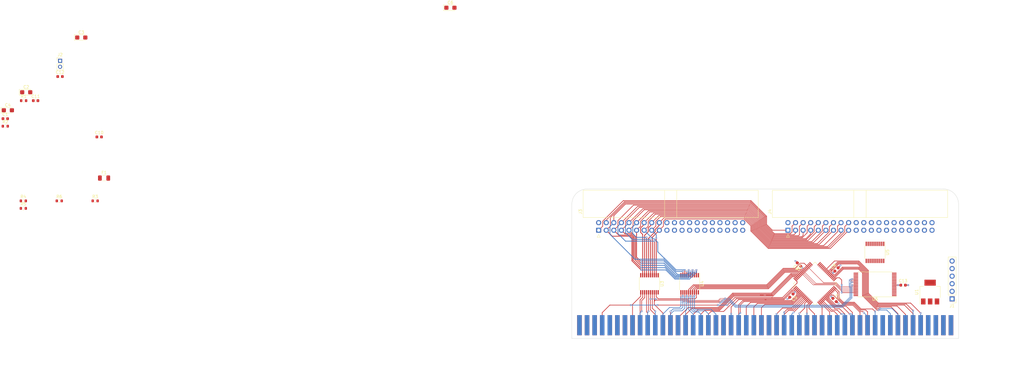
<source format=kicad_pcb>
(kicad_pcb (version 20211014) (generator pcbnew)
  (layers (0 "F.Cu" signal) (31 "B.Cu" signal) (34 "B.Paste" user) (35 "F.Paste" user) (36 "B.SilkS" user "B.Silkscreen") (37 "F.SilkS" user "F.Silkscreen") (38 "B.Mask" user) (39 "F.Mask" user) (44 "Edge.Cuts" user))
  (net 0 "")
  (net 1 "+3.3V")
  (net 2 "GND")
  (net 3 "VCC")
  (net 6 "/CPLD/~{SLAVE}")
  (net 8 "/CPLD/~{CFGOUT}")
  (net 9 "/CPLD/~{CFGIN}")
  (net 10 "/CPLD/~{C3}")
  (net 11 "/CPLD/CDAC")
  (net 12 "/CPLD/~{C1}")
  (net 13 "/CPLD/~{OVR}")
  (net 17 "/CPLD/A5")
  (net 19 "/CPLD/A6")
  (net 20 "/CPLD/A4")
  (net 21 "/CPLD/A3")
  (net 22 "/CPLD/A2")
  (net 23 "/CPLD/A7")
  (net 24 "/CPLD/A1")
  (net 25 "/CPLD/A8")
  (net 27 "/CPLD/A9")
  (net 29 "/CPLD/A10")
  (net 31 "/CPLD/A11")
  (net 32 "/CPLD/A12")
  (net 33 "/CPLD/A13")
  (net 35 "/CPLD/A14")
  (net 37 "/CPLD/A15")
  (net 39 "/CPLD/A16")
  (net 40 "/CPLD/~{BERR}")
  (net 41 "/CPLD/A17")
  (net 44 "/CPLD/A18")
  (net 46 "/CPLD/A19")
  (net 48 "/CPLD/A20")
  (net 49 "/CPLD/A22")
  (net 50 "/CPLD/A21")
  (net 51 "/CPLD/A23")
  (net 54 "/CPLD/D15")
  (net 56 "/CPLD/D14")
  (net 57 "/CPLD/~{DTACK}")
  (net 58 "/CPLD/D13")
  (net 59 "/CPLD/R~{W}")
  (net 60 "/CPLD/D12")
  (net 61 "/CPLD/~{LDS}")
  (net 62 "/CPLD/D11")
  (net 63 "/CPLD/~{UDS}")
  (net 64 "/CPLD/~{AS}")
  (net 65 "/CPLD/D0")
  (net 66 "/CPLD/D10")
  (net 67 "/CPLD/D1")
  (net 68 "/CPLD/D9")
  (net 69 "/CPLD/D2")
  (net 70 "/CPLD/D8")
  (net 71 "/CPLD/D3")
  (net 72 "/CPLD/D7")
  (net 73 "/CPLD/D4")
  (net 74 "/CPLD/D6")
  (net 75 "/CPLD/D5")
  (net 77 "/CPLD/~{RST}")
  (net 82 "/CPLD/TMS")
  (net 83 "/CPLD/TDI")
  (net 84 "/CPLD/TDO")
  (net 85 "/CPLD/TCK")
  (net 87 "/IDE/~{LED}")
  (net 88 "/IDE/B_~{RESET}")
  (net 89 "/IDE/B_D15")
  (net 90 "/IDE/B_D0")
  (net 91 "/IDE/B_D14")
  (net 92 "/IDE/B_D1")
  (net 93 "/IDE/B_D13")
  (net 94 "/IDE/B_D2")
  (net 95 "/IDE/B_D12")
  (net 96 "/IDE/B_D3")
  (net 97 "/IDE/B_D11")
  (net 98 "/IDE/B_D4")
  (net 99 "/IDE/B_D10")
  (net 100 "/IDE/B_D5")
  (net 101 "/IDE/B_D9")
  (net 102 "/IDE/B_D6")
  (net 103 "/IDE/B_D8")
  (net 104 "/IDE/B_D7")
  (net 107 "/CPLD/~{IOWR}")
  (net 108 "/CPLD/~{IORD}")
  (net 109 "/CPLD/IORDY")
  (net 111 "/IDE/~{IDE_IRQ}")
  (net 114 "/IDE/I_A0")
  (net 115 "/IDE/I_A2")
  (net 116 "/CPLD/~{IDE_CS1}")
  (net 117 "/CPLD/~{IDE_CS2}")
  (net 118 "/IDE/~{IDE_ACT}")
  (net 120 "/CPLD/~{IDE_ROMCS}")
  (net 121 "/CPLD/~{I_BUFOE}")
  (net 124 "Net-(J2-Pad1)")
  (net 133 "/IDE/I_A1")
  (footprint "Capacitor_SMD:C_0603_1608Metric" (layer "F.Cu") (at -118.59 76.73)
    (fp_text reference "C1")
    (fp_text value "0.1u")
  )
  (footprint "Capacitor_Tantalum_SMD:CP_EIA-3216-18_Kemet-A" (layer "F.Cu") (at 30.535 39.51)
    (fp_text reference "C6")
    (fp_text value "10u")
  )
  (footprint "Resistor_SMD:R_0603_1608Metric" (layer "F.Cu") (at -112.54 104.3)
    (fp_text reference "R4")
    (fp_text value "10K")
  )
  (footprint "Connector_PinHeader_2.00mm:PinHeader_1x02_P2.00mm_Vertical" (layer "F.Cu") (at -100.22 57.31)
    (fp_text reference "J2")
    (fp_text value "LED")
  )
  (footprint "Capacitor_SMD:C_0603_1608Metric" (layer "F.Cu") (at -100.24 62.59)
    (fp_text reference "C12")
    (fp_text value "0.1u")
  )
  (footprint "Connector_IDC:IDC-Header_2x20_P2.54mm_Horizontal" (layer "F.Cu") (at 80.200772 114.141845 90)
    (fp_text reference "J3")
    (fp_text value "Conn_02x20_Odd_Even")
  )
  (footprint "Capacitor_Tantalum_SMD:CP_EIA-3216-18_Kemet-A" (layer "F.Cu") (at -117.725 73.9)
    (fp_text reference "C4")
    (fp_text value "47u")
  )
  (footprint "Resistor_SMD:R_0603_1608Metric" (layer "F.Cu") (at -112.44 70.68)
    (fp_text reference "R1")
    (fp_text value "10K")
  )
  (footprint "Resistor_SMD:R_0603_1608Metric" (layer "F.Cu") (at -100.51 104.3)
    (fp_text reference "R6")
    (fp_text value "10K")
  )
  (footprint "Connector_IDC:IDC-Header_2x20_P2.54mm_Horizontal" (layer "F.Cu") (at 143.62 114.141845 90)
    (fp_text reference "J4")
    (fp_text value "Conn_02x20_Odd_Even")
  )
  (footprint "Package_SO:TSSOP-20_4.4x6.5mm_P0.65mm" (layer "F.Cu") (at 97.218772 132.0974 -90)
    (fp_text reference "U3")
    (fp_text value "74HCT245")
  )
  (footprint "Package_QFP:TQFP-64_10x10mm_P0.5mm" (layer "F.Cu") (at 152.688372 132.0389 45)
    (fp_text reference "U2")
    (fp_text value "XC9572XL-VQ64")
  )
  (footprint "Resistor_SMD:R_0603_1608Metric" (layer "F.Cu") (at -118.59 79.24)
    (fp_text reference "R2")
    (fp_text value "220")
  )
  (footprint "Capacitor_Tantalum_SMD:CP_EIA-3216-18_Kemet-A" (layer "F.Cu") (at -111.575 67.85)
    (fp_text reference "C2")
    (fp_text value "47u")
  )
  (footprint "Fuse:Fuse_1206_3216Metric" (layer "F.Cu") (at -85.49 96.64)
    (fp_text reference "F1")
    (fp_text value "Polyfuse 500mA Hold")
  )
  (footprint "Capacitor_Tantalum_SMD:CP_EIA-3216-18_Kemet-A" (layer "F.Cu") (at -93.125 49.5)
    (fp_text reference "C3")
    (fp_text value "47u")
  )
  (footprint "Package_SO:TSSOP-20_4.4x6.5mm_P0.65mm" (layer "F.Cu") (at 110.680772 132.0974 -90)
    (fp_text reference "U4")
    (fp_text value "74HCT245")
  )
  (footprint "Resistor_SMD:R_0603_1608Metric" (layer "F.Cu") (at -88.48 104.3)
    (fp_text reference "R3")
    (fp_text value "10K")
  )
  (footprint "Capacitor_SMD:C_0603_1608Metric" (layer "F.Cu") (at 182.187721 132.5589)
    (fp_text reference "C13")
    (fp_text value "0.1u")
  )
  (footprint "Resistor_SMD:R_0603_1608Metric" (layer "F.Cu") (at -112.54 106.81)
    (fp_text reference "R5")
    (fp_text value "10K")
  )
  (footprint "Capacitor_SMD:C_0603_1608Metric" (layer "F.Cu") (at 159.875729 127.295242 45)
    (fp_text reference "C8")
    (fp_text value "0.1u")
  )
  (footprint "Package_SO:TSOP-I-32_11.8x8mm_P0.5mm" (layer "F.Cu") (at 172.794772 132.3089 180)
    (fp_text reference "U6")
    (fp_text value "SST39SF010")
  )
  (footprint "Package_TO_SOT_SMD:SOT-223-3_TabPin2" (layer "F.Cu") (at 191.245572 134.8837 90)
    (fp_text reference "U1")
    (fp_text value "LM1117-3.3")
  )
  (footprint "Connector_PinHeader_2.54mm:PinHeader_1x06_P2.54mm_Vertical" (layer "F.Cu") (at 198.611572 137.1697 180)
    (fp_text reference "J1")
    (fp_text value "JTAG")
  )
  (footprint "Capacitor_SMD:C_0603_1608Metric" (layer "F.Cu") (at 147.302729 125.644242 135)
    (fp_text reference "C9")
    (fp_text value "0.1u")
  )
  (footprint "Capacitor_SMD:C_0603_1608Metric" (layer "F.Cu") (at -87.13229 82.852222)
    (fp_text reference "C10")
    (fp_text value "0.1u")
  )
  (footprint "Zorro2:Zorro2-CardEdge" (layer "F.Cu") (at 73.77 145.992)
    (fp_text reference "CN1" hide)
    (fp_text value "Zorro2")
  )
  (footprint "Package_SO:TSSOP-20_4.4x6.5mm_P0.65mm" (layer "F.Cu") (at 172.770572 121.5673 -90)
    (fp_text reference "U5")
    (fp_text value "74HCT245")
  )
  (footprint "Capacitor_SMD:C_0603_1608Metric" (layer "F.Cu") (at 144.76971 136.065222 -135)
    (fp_text reference "C5")
    (fp_text value "0.1u")
  )
  (footprint "Capacitor_SMD:C_0603_1608Metric" (layer "F.Cu") (at 159.240729 137.544562 -45)
    (fp_text reference "C7")
    (fp_text value "0.1u")
  )
  (footprint "Capacitor_SMD:C_0603_1608Metric" (layer "F.Cu") (at -108.43 70.68)
    (fp_text reference "C11")
    (fp_text value "0.1u")
  )
  (gr_poly (pts (xy 99.097772 137.709669) (xy 98.843772 137.963669) (xy 98.843772 137.455669)) (layer "F.Cu") (width 0.2) (fill solid))
  (gr_line (start 200.77 150.4605) (end 200.77 105.396345) (layer "Edge.Cuts") (width 0.1))
  (gr_arc (start 71.23 105.396345) (mid 72.717898 101.804243) (end 76.31 100.316345) (layer "Edge.Cuts") (width 0.1))
  (gr_line (start 71.23 150.4605) (end 200.77 150.4605) (layer "Edge.Cuts") (width 0.1))
  (gr_arc (start 195.69 100.316345) (mid 199.282102 101.804243) (end 200.77 105.396345) (layer "Edge.Cuts") (width 0.1))
  (gr_line (start 71.23 150.4605) (end 71.23 105.396345) (layer "Edge.Cuts") (width 0.1))
  (gr_line (start 195.69 100.316345) (end 76.31 100.316345) (layer "Edge.Cuts") (width 0.1))
  (segment (start 147.850737 126.19225) (end 147.902382 126.19225) (width 0.2032) (layer "F.Cu") (net 1))
  (segment (start 157.222694 135.512562) (end 158.111694 136.401562) (width 0.2032) (layer "F.Cu") (net 1))
  (segment (start 145.317718 135.517214) (end 145.320971 135.517214) (width 0.2032) (layer "F.Cu") (net 1))
  (segment (start 146.739836 134.098349) (end 145.914337 134.923849) (width 0.2032) (layer "F.Cu") (net 1))
  (segment (start 149.21471 127.504578) (end 148.423639 126.713507) (width 0.2032) (layer "F.Cu") (net 1))
  (segment (start 158.692721 136.996554) (end 158.692721 136.982589) (width 0.2032) (layer "F.Cu") (net 1))
  (segment (start 157.929801 129.272345) (end 159.327721 127.874425) (width 0.254) (layer "F.Cu") (net 1))
  (segment (start 159.327721 127.874425) (end 159.327721 127.84325) (width 0.2032) (layer "F.Cu") (net 1))
  (segment (start 145.320971 135.517214) (end 145.914337 134.923849) (width 0.254) (layer "F.Cu") (net 1))
  (segment (start 147.902382 126.19225) (end 148.423639 126.713507) (width 0.2032) (layer "F.Cu") (net 1))
  (segment (start 158.692721 136.982589) (end 158.111694 136.401562) (width 0.2032) (layer "F.Cu") (net 1))
  (via (at 158.755301 128.446845) (size 0.5588) (drill 0.3048) (layers "F.Cu" "B.Cu") (net 1))
  (via (at 148.423639 126.713507) (size 0.5588) (drill 0.3048) (layers "F.Cu" "B.Cu") (net 1))
  (via (at 158.111694 136.401562) (size 0.5588) (drill 0.3048) (layers "F.Cu" "B.Cu") (net 1))
  (via (at 145.914337 134.923849) (size 0.5588) (drill 0.3048) (layers "F.Cu" "B.Cu") (net 1))
  (segment (start 146.754721 125.096234) (end 146.119721 124.461234) (width 0.2032) (layer "F.Cu") (net 2))
  (segment (start 160.423737 126.747234) (end 161.203415 125.967556) (width 0.254) (layer "F.Cu") (net 2))
  (segment (start 159.788737 138.09257) (end 159.951093 138.09257) (width 0.254) (layer "F.Cu") (net 2))
  (segment (start 161.203415 125.967556) (end 161.203415 125.952112) (width 0.254) (layer "F.Cu") (net 2))
  (segment (start 159.951093 138.09257) (end 160.568415 138.709892) (width 0.254) (layer "F.Cu") (net 2))
  (segment (start 144.221702 136.61323) (end 143.672032 137.1629) (width 0.254) (layer "F.Cu") (net 2))
  (segment (start 143.672032 137.1629) (end 143.408172 137.1629) (width 0.254) (layer "F.Cu") (net 2))
  (segment (start 182.962721 132.5589) (end 183.918772 132.5589) (width 0.2032) (layer "F.Cu") (net 2))
  (via (at 183.918772 132.5589) (size 0.5588) (drill 0.3048) (layers "F.Cu" "B.Cu") (net 2))
  (via (at 160.568415 138.709892) (size 0.5588) (drill 0.3048) (layers "F.Cu" "B.Cu") (net 2))
  (via (at 143.408172 137.1629) (size 0.5588) (drill 0.3048) (layers "F.Cu" "B.Cu") (net 2))
  (via (at 161.203415 125.952112) (size 0.5588) (drill 0.3048) (layers "F.Cu" "B.Cu") (net 2))
  (via (at 146.119721 124.461234) (size 0.5588) (drill 0.3048) (layers "F.Cu" "B.Cu") (net 2))
  (segment (start 179.219772 132.5589) (end 180.489772 132.5589) (width 0.2032) (layer "F.Cu") (net 3))
  (segment (start 181.412721 132.5589) (end 180.489772 132.5589) (width 0.2032) (layer "F.Cu") (net 3))
  (via (at 180.489772 132.5589) (size 0.5588) (drill 0.3048) (layers "F.Cu" "B.Cu") (net 3))
  (segment (start 188.07 141.928) (end 184.7241 138.5821) (width 0.2032) (layer "F.Cu") (net 6))
  (segment (start 170.562972 127.652257) (end 167.364224 124.453512) (width 0.2032) (layer "F.Cu") (net 6))
  (segment (start 159.2131 124.453512) (end 156.162034 127.504578) (width 0.2032) (layer "F.Cu") (net 6))
  (segment (start 184.7241 138.5821) (end 173.872816 138.5821) (width 0.2032) (layer "F.Cu") (net 6))
  (segment (start 167.364224 124.453512) (end 159.2131 124.453512) (width 0.2032) (layer "F.Cu") (net 6))
  (segment (start 173.872816 138.5821) (end 170.562972 135.272256) (width 0.2032) (layer "F.Cu") (net 6))
  (segment (start 170.562972 135.272256) (end 170.562972 127.652257) (width 0.2032) (layer "F.Cu") (net 6))
  (via (at 188.07 141.928) (size 0.5588) (drill 0.3048) (layers "F.Cu" "B.Cu") (net 6))
  (segment (start 188.07 145.992) (end 188.07 141.928) (width 0.2032) (layer "B.Cu") (net 6))
  (segment (start 183.317757 138.9123) (end 185.516248 141.110791) (width 0.2032) (layer "F.Cu") (net 8))
  (segment (start 173.736042 138.9123) (end 183.317757 138.9123) (width 0.2032) (layer "F.Cu") (net 8))
  (segment (start 167.22745 124.783712) (end 170.232772 127.789031) (width 0.2032) (layer "F.Cu") (net 8))
  (segment (start 170.232772 127.789031) (end 170.232772 135.40903) (width 0.2032) (layer "F.Cu") (net 8))
  (segment (start 156.869141 128.211685) (end 160.297114 124.783712) (width 0.2032) (layer "F.Cu") (net 8))
  (segment (start 170.232772 135.40903) (end 173.736042 138.9123) (width 0.2032) (layer "F.Cu") (net 8))
  (segment (start 160.297114 124.783712) (end 167.22745 124.783712) (width 0.2032) (layer "F.Cu") (net 8))
  (via (at 185.516248 141.110791) (size 0.5588) (drill 0.3048) (layers "F.Cu" "B.Cu") (net 8))
  (segment (start 185.53 141.124543) (end 185.516248 141.110791) (width 0.2032) (layer "B.Cu") (net 8))
  (segment (start 185.53 145.992) (end 185.53 141.124543) (width 0.2032) (layer "B.Cu") (net 8))
  (segment (start 167.090677 125.113912) (end 160.461046 125.113912) (width 0.2032) (layer "F.Cu") (net 9))
  (segment (start 182.631957 139.2425) (end 173.599268 139.2425) (width 0.2032) (layer "F.Cu") (net 9))
  (segment (start 158.008048 127.56691) (end 158.008048 127.779884) (width 0.2032) (layer "F.Cu") (net 9))
  (segment (start 169.902572 135.545804) (end 169.902572 127.925805) (width 0.2032) (layer "F.Cu") (net 9))
  (segment (start 158.008048 127.779884) (end 157.222694 128.565238) (width 0.2032) (layer "F.Cu") (net 9))
  (segment (start 185.53 145.992) (end 185.53 142.140543) (width 0.2032) (layer "F.Cu") (net 9))
  (segment (start 169.902572 127.925805) (end 167.090677 125.113912) (width 0.2032) (layer "F.Cu") (net 9))
  (segment (start 160.461046 125.113912) (end 158.008048 127.56691) (width 0.2032) (layer "F.Cu") (net 9))
  (segment (start 185.53 142.140543) (end 182.631957 139.2425) (width 0.2032) (layer "F.Cu") (net 9))
  (segment (start 173.599268 139.2425) (end 169.902572 135.545804) (width 0.2032) (layer "F.Cu") (net 9))
  (segment (start 182.99 145.992) (end 182.99 142.373128) (width 0.2032) (layer "F.Cu") (net 10))
  (segment (start 180.189572 139.5727) (end 173.462494 139.5727) (width 0.2032) (layer "F.Cu") (net 10))
  (segment (start 158.338248 128.156791) (end 157.576248 128.918791) (width 0.2032) (layer "F.Cu") (net 10))
  (segment (start 169.572372 128.062579) (end 166.953904 125.444112) (width 0.2032) (layer "F.Cu") (net 10))
  (segment (start 158.338248 127.703684) (end 158.338248 128.156791) (width 0.2032) (layer "F.Cu") (net 10))
  (segment (start 169.572372 135.682578) (end 169.572372 128.062579) (width 0.2032) (layer "F.Cu") (net 10))
  (segment (start 166.953904 125.444112) (end 160.59782 125.444112) (width 0.2032) (layer "F.Cu") (net 10))
  (segment (start 182.99 142.373128) (end 180.189572 139.5727) (width 0.2032) (layer "F.Cu") (net 10))
  (segment (start 160.59782 125.444112) (end 158.338248 127.703684) (width 0.2032) (layer "F.Cu") (net 10))
  (segment (start 173.462494 139.5727) (end 169.572372 135.682578) (width 0.2032) (layer "F.Cu") (net 10))
  (segment (start 168.911972 135.956126) (end 168.911972 128.336126) (width 0.2032) (layer "F.Cu") (net 11))
  (segment (start 159.443792 129.4127) (end 159.203659 129.4127) (width 0.2032) (layer "F.Cu") (net 11))
  (segment (start 161.983792 126.8727) (end 159.443792 129.4127) (width 0.2032) (layer "F.Cu") (net 11))
  (segment (start 174.423772 140.4109) (end 173.366746 140.4109) (width 0.2032) (layer "F.Cu") (net 11))
  (segment (start 159.203659 129.4127) (end 158.636908 129.979451) (width 0.2032) (layer "F.Cu") (net 11))
  (segment (start 173.366746 140.4109) (end 168.911972 135.956126) (width 0.2032) (layer "F.Cu") (net 11))
  (segment (start 168.911972 128.336126) (end 167.448545 126.8727) (width 0.2032) (layer "F.Cu") (net 11))
  (segment (start 167.448545 126.8727) (end 161.983792 126.8727) (width 0.2032) (layer "F.Cu") (net 11))
  (via (at 174.423772 140.4109) (size 0.5588) (drill 0.3048) (layers "F.Cu" "B.Cu") (net 11))
  (segment (start 179.757772 141.6809) (end 178.487772 140.4109) (width 0.2032) (layer "B.Cu") (net 11))
  (segment (start 180.45 142.373128) (end 179.757772 141.6809) (width 0.2032) (layer "B.Cu") (net 11))
  (segment (start 178.487772 140.4109) (end 174.423772 140.4109) (width 0.2032) (layer "B.Cu") (net 11))
  (segment (start 180.45 145.992) (end 180.45 142.373128) (width 0.2032) (layer "B.Cu") (net 11))
  (segment (start 173.32572 139.9029) (end 178.233772 139.9029) (width 0.2032) (layer "F.Cu") (net 12))
  (segment (start 180.45 142.119128) (end 180.45 145.992) (width 0.2032) (layer "F.Cu") (net 12))
  (segment (start 158.283354 129.625898) (end 158.284774 129.625898) (width 0.2032) (layer "F.Cu") (net 12))
  (segment (start 158.929772 128.9809) (end 159.408618 128.9809) (width 0.2032) (layer "F.Cu") (net 12))
  (segment (start 178.233772 139.9029) (end 180.45 142.119128) (width 0.2032) (layer "F.Cu") (net 12))
  (segment (start 169.242172 135.819352) (end 173.32572 139.9029) (width 0.2032) (layer "F.Cu") (net 12))
  (segment (start 169.242172 128.199353) (end 169.242172 135.819352) (width 0.2032) (layer "F.Cu") (net 12))
  (segment (start 167.585319 126.5425) (end 169.242172 128.199353) (width 0.2032) (layer "F.Cu") (net 12))
  (segment (start 159.408618 128.9809) (end 161.847018 126.5425) (width 0.2032) (layer "F.Cu") (net 12))
  (segment (start 161.847018 126.5425) (end 167.585319 126.5425) (width 0.2032) (layer "F.Cu") (net 12))
  (segment (start 158.284774 129.625898) (end 158.929772 128.9809) (width 0.2032) (layer "F.Cu") (net 12))
  (segment (start 168.581772 136.0929) (end 173.407772 140.9189) (width 0.2032) (layer "F.Cu") (net 13))
  (segment (start 158.990461 130.333005) (end 162.120566 127.2029) (width 0.2032) (layer "F.Cu") (net 13))
  (segment (start 168.581772 128.4729) (end 168.581772 136.0929) (width 0.2032) (layer "F.Cu") (net 13))
  (segment (start 173.407772 140.9189) (end 173.915772 140.9189) (width 0.2032) (layer "F.Cu") (net 13))
  (segment (start 162.120566 127.2029) (end 167.311772 127.2029) (width 0.2032) (layer "F.Cu") (net 13))
  (segment (start 167.311772 127.2029) (end 168.581772 128.4729) (width 0.2032) (layer "F.Cu") (net 13))
  (via (at 173.915772 140.9189) (size 0.5588) (drill 0.3048) (layers "F.Cu" "B.Cu") (net 13))
  (segment (start 176.709772 140.9189) (end 173.915772 140.9189) (width 0.2032) (layer "B.Cu") (net 13))
  (segment (start 177.91 145.992) (end 177.91 142.119128) (width 0.2032) (layer "B.Cu") (net 13))
  (segment (start 177.91 142.119128) (end 176.963772 141.1729) (width 0.2032) (layer "B.Cu") (net 13))
  (segment (start 176.963772 141.1729) (end 176.709772 140.9189) (width 0.2032) (layer "B.Cu") (net 13))
  (segment (start 162.167796 138.308609) (end 164.424015 138.308609) (width 0.2032) (layer "F.Cu") (net 17))
  (segment (start 160.741015 136.312242) (end 160.741015 136.881828) (width 0.2032) (layer "F.Cu") (net 17))
  (segment (start 171.957582 140.543809) (end 172.806015 141.392242) (width 0.2032) (layer "F.Cu") (net 17))
  (segment (start 168.085995 140.543809) (end 168.234015 140.543809) (width 0.2032) (layer "F.Cu") (net 17))
  (segment (start 159.344015 133.391242) (end 160.614015 134.661242) (width 0.2032) (layer "F.Cu") (net 17))
  (segment (start 160.741015 134.788242) (end 160.741015 136.312242) (width 0.2032) (layer "F.Cu") (net 17))
  (segment (start 162.043722 138.184535) (end 162.167796 138.308609) (width 0.2032) (layer "F.Cu") (net 17))
  (segment (start 160.741015 136.881828) (end 162.043722 138.184535) (width 0.2032) (layer "F.Cu") (net 17))
  (segment (start 168.234015 140.543809) (end 171.957582 140.543809) (width 0.2032) (layer "F.Cu") (net 17))
  (segment (start 164.424015 138.308609) (end 165.850795 138.308609) (width 0.2032) (layer "F.Cu") (net 17))
  (segment (start 160.614015 134.661242) (end 160.741015 134.788242) (width 0.2032) (layer "F.Cu") (net 17))
  (segment (start 165.850795 138.308609) (end 168.085995 140.543809) (width 0.2032) (layer "F.Cu") (net 17))
  (via (at 172.806015 141.392242) (size 0.5588) (drill 0.3048) (layers "F.Cu" "B.Cu") (net 17))
  (segment (start 172.806015 141.392242) (end 172.83 141.416227) (width 0.2032) (layer "B.Cu") (net 17))
  (segment (start 172.83 141.416227) (end 172.83 145.992) (width 0.2032) (layer "B.Cu") (net 17))
  (segment (start 157.576248 135.159009) (end 158.338248 135.921009) (width 0.2032) (layer "F.Cu") (net 19))
  (segment (start 161.894248 138.969009) (end 165.577248 138.969009) (width 0.2032) (layer "F.Cu") (net 19))
  (segment (start 168.625248 141.382009) (end 169.006248 141.763009) (width 0.2032) (layer "F.Cu") (net 19))
  (segment (start 158.846248 135.921009) (end 161.894248 138.969009) (width 0.2032) (layer "F.Cu") (net 19))
  (segment (start 158.338248 135.921009) (end 158.846248 135.921009) (width 0.2032) (layer "F.Cu") (net 19))
  (segment (start 167.990248 141.382009) (end 168.625248 141.382009) (width 0.2032) (layer "F.Cu") (net 19))
  (segment (start 165.577248 138.969009) (end 167.990248 141.382009) (width 0.2032) (layer "F.Cu") (net 19))
  (via (at 169.006248 141.763009) (size 0.5588) (drill 0.3048) (layers "F.Cu" "B.Cu") (net 19))
  (segment (start 169.006248 141.763009) (end 170.29 143.046761) (width 0.2032) (layer "B.Cu") (net 19))
  (segment (start 170.29 143.046761) (end 170.29 145.992) (width 0.2032) (layer "B.Cu") (net 19))
  (segment (start 169.641248 140.874009) (end 170.29 141.522761) (width 0.2032) (layer "F.Cu") (net 20))
  (segment (start 160.243248 136.851035) (end 162.031022 138.638809) (width 0.2032) (layer "F.Cu") (net 20))
  (segment (start 162.031022 138.638809) (end 165.714021 138.638809) (width 0.2032) (layer "F.Cu") (net 20))
  (segment (start 165.714021 138.638809) (end 167.949222 140.874009) (width 0.2032) (layer "F.Cu") (net 20))
  (segment (start 158.990461 133.744795) (end 158.990461 133.779222) (width 0.2032) (layer "F.Cu") (net 20))
  (segment (start 167.949222 140.874009) (end 169.641248 140.874009) (width 0.2032) (layer "F.Cu") (net 20))
  (segment (start 170.29 141.522761) (end 170.29 145.992) (width 0.2032) (layer "F.Cu") (net 20))
  (segment (start 158.990461 133.779222) (end 160.243248 135.032009) (width 0.2032) (layer "F.Cu") (net 20))
  (segment (start 160.243248 135.032009) (end 160.243248 136.851035) (width 0.2032) (layer "F.Cu") (net 20))
  (segment (start 157.413678 136.410652) (end 157.413678 137.045652) (width 0.2032) (layer "F.Cu") (net 21))
  (segment (start 156.869141 135.866115) (end 157.413678 136.410652) (width 0.2032) (layer "F.Cu") (net 21))
  (segment (start 157.413678 137.045652) (end 159.682402 139.314376) (width 0.2032) (layer "F.Cu") (net 21))
  (segment (start 165.397402 139.314376) (end 167.75 141.666974) (width 0.2032) (layer "F.Cu") (net 21))
  (segment (start 167.75 141.666974) (end 167.75 145.992) (width 0.2032) (layer "F.Cu") (net 21))
  (segment (start 159.682402 139.314376) (end 165.397402 139.314376) (width 0.2032) (layer "F.Cu") (net 21))
  (segment (start 164.286792 142.242484) (end 162.019084 139.974776) (width 0.2032) (layer "F.Cu") (net 22))
  (segment (start 156.706572 137.11776) (end 156.162034 136.573222) (width 0.2032) (layer "F.Cu") (net 22))
  (segment (start 162.019084 139.974776) (end 159.323455 139.974776) (width 0.2032) (layer "F.Cu") (net 22))
  (segment (start 156.706572 137.357893) (end 156.706572 137.11776) (width 0.2032) (layer "F.Cu") (net 22))
  (segment (start 159.323455 139.974776) (end 156.706572 137.357893) (width 0.2032) (layer "F.Cu") (net 22))
  (via (at 164.286792 142.242484) (size 0.5588) (drill 0.3048) (layers "F.Cu" "B.Cu") (net 22))
  (segment (start 164.286792 142.242484) (end 164.997756 142.242484) (width 0.2032) (layer "B.Cu") (net 22))
  (segment (start 165.21 142.454728) (end 165.21 145.992) (width 0.2032) (layer "B.Cu") (net 22))
  (segment (start 164.997756 142.242484) (end 165.21 142.454728) (width 0.2032) (layer "B.Cu") (net 22))
  (segment (start 156.515587 136.219669) (end 157.060125 136.764207) (width 0.2032) (layer "F.Cu") (net 23))
  (segment (start 157.060125 136.764207) (end 157.060125 137.244472) (width 0.2032) (layer "F.Cu") (net 23))
  (segment (start 157.060125 137.244472) (end 159.460229 139.644576) (width 0.2032) (layer "F.Cu") (net 23))
  (segment (start 165.21 141.739082) (end 165.21 145.992) (width 0.2032) (layer "F.Cu") (net 23))
  (segment (start 159.460229 139.644576) (end 163.115494 139.644576) (width 0.2032) (layer "F.Cu") (net 23))
  (segment (start 163.115494 139.644576) (end 165.21 141.739082) (width 0.2032) (layer "F.Cu") (net 23))
  (segment (start 161.442172 142.2429) (end 160.135154 140.935882) (width 0.2032) (layer "F.Cu") (net 24))
  (segment (start 158.403374 140.935882) (end 155.101374 137.633882) (width 0.2032) (layer "F.Cu") (net 24))
  (segment (start 160.135154 140.935882) (end 158.403374 140.935882) (width 0.2032) (layer "F.Cu") (net 24))
  (via (at 161.442172 142.2429) (size 0.5588) (drill 0.3048) (layers "F.Cu" "B.Cu") (net 24))
  (segment (start 162.458172 142.2429) (end 162.67 142.454728) (width 0.2032) (layer "B.Cu") (net 24))
  (segment (start 161.442172 142.2429) (end 162.458172 142.2429) (width 0.2032) (layer "B.Cu") (net 24))
  (segment (start 162.67 142.454728) (end 162.67 145.992) (width 0.2032) (layer "B.Cu") (net 24))
  (segment (start 162.67 142.264295) (end 162.67 145.992) (width 0.2032) (layer "F.Cu") (net 25))
  (segment (start 155.808481 136.926776) (end 159.364481 140.482776) (width 0.2032) (layer "F.Cu") (net 25))
  (segment (start 159.364481 140.482776) (end 160.888481 140.482776) (width 0.2032) (layer "F.Cu") (net 25))
  (segment (start 160.888481 140.482776) (end 162.67 142.264295) (width 0.2032) (layer "F.Cu") (net 25))
  (segment (start 158.121928 141.361543) (end 159.120714 141.361543) (width 0.2032) (layer "F.Cu") (net 27))
  (segment (start 160.13 142.370829) (end 160.13 145.992) (width 0.2032) (layer "F.Cu") (net 27))
  (segment (start 159.120714 141.361543) (end 160.13 142.370829) (width 0.2032) (layer "F.Cu") (net 27))
  (segment (start 154.747821 137.987436) (end 158.121928 141.361543) (width 0.2032) (layer "F.Cu") (net 27))
  (segment (start 157.59 141.536722) (end 157.59 145.992) (width 0.2032) (layer "F.Cu") (net 29))
  (segment (start 154.394267 138.340989) (end 157.59 141.536722) (width 0.2032) (layer "F.Cu") (net 29))
  (segment (start 155.056714 139.710543) (end 155.056714 140.472543) (width 0.2032) (layer "F.Cu") (net 31))
  (segment (start 154.040714 138.694543) (end 155.056714 139.710543) (width 0.2032) (layer "F.Cu") (net 31))
  (segment (start 155.05 140.479257) (end 155.05 145.992) (width 0.2032) (layer "F.Cu") (net 31))
  (segment (start 155.056714 140.472543) (end 155.05 140.479257) (width 0.2032) (layer "F.Cu") (net 31))
  (segment (start 152.51 145.992) (end 152.51 142.209402) (width 0.2032) (layer "F.Cu") (net 32))
  (segment (start 150.672743 140.372145) (end 150.672743 139.35783) (width 0.2032) (layer "F.Cu") (net 32))
  (segment (start 152.51 142.209402) (end 150.672743 140.372145) (width 0.2032) (layer "F.Cu") (net 32))
  (segment (start 150.672743 139.35783) (end 151.33603 138.694543) (width 0.2032) (layer "F.Cu") (net 32))
  (segment (start 149.97 142.103712) (end 149.97 139.353466) (width 0.2032) (layer "F.Cu") (net 33))
  (segment (start 149.97 139.353466) (end 150.982477 138.340989) (width 0.2032) (layer "F.Cu") (net 33))
  (via (at 149.97 142.103712) (size 0.5588) (drill 0.3048) (layers "F.Cu" "B.Cu") (net 33))
  (segment (start 149.97 142.103712) (end 149.97 145.992) (width 0.2032) (layer "B.Cu") (net 33))
  (segment (start 150.27537 137.633882) (end 149.208 138.701252) (width 0.2032) (layer "F.Cu") (net 35))
  (segment (start 149.208 138.701252) (end 149.208 140.277) (width 0.2032) (layer "F.Cu") (net 35))
  (segment (start 149.208 140.277) (end 147.43 142.055) (width 0.2032) (layer "F.Cu") (net 35))
  (via (at 147.43 142.055) (size 0.5588) (drill 0.3048) (layers "F.Cu" "B.Cu") (net 35))
  (segment (start 147.43 145.992) (end 147.43 142.055) (width 0.2032) (layer "B.Cu") (net 35))
  (segment (start 145.528146 141.674) (end 149.921817 137.280329) (width 0.2032) (layer "F.Cu") (net 37))
  (segment (start 145.525 141.674) (end 145.528146 141.674) (width 0.2032) (layer "F.Cu") (net 37))
  (via (at 145.525 141.674) (size 0.5588) (drill 0.3048) (layers "F.Cu" "B.Cu") (net 37))
  (segment (start 144.89 142.309) (end 145.525 141.674) (width 0.2032) (layer "B.Cu") (net 37))
  (segment (start 144.89 145.992) (end 144.89 142.309) (width 0.2032) (layer "B.Cu") (net 37))
  (segment (start 143.37271 140.637222) (end 145.15071 140.637222) (width 0.2032) (layer "F.Cu") (net 39))
  (segment (start 145.15071 140.637222) (end 149.21471 136.573222) (width 0.2032) (layer "F.Cu") (net 39))
  (segment (start 142.35 141.659932) (end 143.37271 140.637222) (width 0.2032) (layer "F.Cu") (net 39))
  (via (at 142.35 141.659932) (size 0.5588) (drill 0.3048) (layers "F.Cu" "B.Cu") (net 39))
  (segment (start 142.35 141.659932) (end 142.35 145.992) (width 0.2032) (layer "B.Cu") (net 39))
  (segment (start 145.456039 141.039) (end 149.568263 136.926776) (width 0.2032) (layer "F.Cu") (net 40))
  (segment (start 142.35 145.992) (end 142.35 142.436) (width 0.2032) (layer "F.Cu") (net 40))
  (segment (start 143.747 141.039) (end 145.456039 141.039) (width 0.2032) (layer "F.Cu") (net 40))
  (segment (start 142.35 142.436) (end 143.747 141.039) (width 0.2032) (layer "F.Cu") (net 40))
  (segment (start 144.824604 140.256222) (end 141.762876 140.256222) (width 0.2032) (layer "F.Cu") (net 41))
  (segment (start 141.762876 140.256222) (end 139.81 142.209098) (width 0.2032) (layer "F.Cu") (net 41))
  (segment (start 148.861157 136.219669) (end 144.824604 140.256222) (width 0.2032) (layer "F.Cu") (net 41))
  (via (at 139.81 142.209098) (size 0.5588) (drill 0.3048) (layers "F.Cu" "B.Cu") (net 41))
  (segment (start 139.81 145.992) (end 139.81 142.209098) (width 0.2032) (layer "B.Cu") (net 41))
  (segment (start 145.335018 139.0387) (end 148.507603 135.866115) (width 0.2032) (layer "F.Cu") (net 44))
  (segment (start 135.838972 139.0387) (end 145.335018 139.0387) (width 0.2032) (layer "F.Cu") (net 44))
  (segment (start 134.73 145.992) (end 134.73 140.147672) (width 0.2032) (layer "F.Cu") (net 44))
  (segment (start 134.73 140.147672) (end 135.838972 139.0387) (width 0.2032) (layer "F.Cu") (net 44))
  (segment (start 148.15405 135.512562) (end 147.609512 136.0571) (width 0.2032) (layer "F.Cu") (net 46))
  (segment (start 147.609512 136.0571) (end 147.609512 136.27342) (width 0.2032) (layer "F.Cu") (net 46))
  (segment (start 132.19 139.868272) (end 132.19 145.992) (width 0.2032) (layer "F.Cu") (net 46))
  (segment (start 133.349772 138.7085) (end 132.19 139.868272) (width 0.2032) (layer "F.Cu") (net 46))
  (segment (start 147.609512 136.27342) (end 145.174432 138.7085) (width 0.2032) (layer "F.Cu") (net 46))
  (segment (start 145.174432 138.7085) (end 133.349772 138.7085) (width 0.2032) (layer "F.Cu") (net 46))
  (segment (start 147.255959 135.703546) (end 147.800496 135.159009) (width 0.2032) (layer "F.Cu") (net 48))
  (segment (start 131.063772 138.3783) (end 145.037658 138.3783) (width 0.2032) (layer "F.Cu") (net 48))
  (segment (start 147.255959 136.159999) (end 147.255959 135.703546) (width 0.2032) (layer "F.Cu") (net 48))
  (segment (start 145.037658 138.3783) (end 147.255959 136.159999) (width 0.2032) (layer "F.Cu") (net 48))
  (segment (start 129.65 139.792072) (end 131.063772 138.3783) (width 0.2032) (layer "F.Cu") (net 48))
  (segment (start 129.65 145.992) (end 129.65 139.792072) (width 0.2032) (layer "F.Cu") (net 48))
  (segment (start 127.634772 139.2419) (end 127.634772 141.9089) (width 0.2032) (layer "F.Cu") (net 49))
  (segment (start 128.828572 138.0481) (end 127.634772 139.2419) (width 0.2032) (layer "F.Cu") (net 49))
  (segment (start 146.902405 136.046579) (end 144.900884 138.0481) (width 0.2032) (layer "F.Cu") (net 49))
  (segment (start 146.902405 135.349993) (end 146.902405 136.046579) (width 0.2032) (layer "F.Cu") (net 49))
  (segment (start 144.900884 138.0481) (end 128.828572 138.0481) (width 0.2032) (layer "F.Cu") (net 49))
  (segment (start 147.446943 134.805455) (end 146.902405 135.349993) (width 0.2032) (layer "F.Cu") (net 49))
  (via (at 127.634772 141.9089) (size 0.5588) (drill 0.3048) (layers "F.Cu" "B.Cu") (net 49))
  (segment (start 127.11 145.992) (end 127.11 142.433672) (width 0.2032) (layer "B.Cu") (net 49))
  (segment (start 127.11 142.433672) (end 127.634772 141.9089) (width 0.2032) (layer "B.Cu") (net 49))
  (segment (start 127.11 139.131672) (end 128.523772 137.7179) (width 0.2032) (layer "F.Cu") (net 50))
  (segment (start 144.76411 137.7179) (end 146.548852 135.933158) (width 0.2032) (layer "F.Cu") (net 50))
  (segment (start 128.523772 137.7179) (end 144.76411 137.7179) (width 0.2032) (layer "F.Cu") (net 50))
  (segment (start 146.548852 134.99644) (end 147.09339 134.451902) (width 0.2032) (layer "F.Cu") (net 50))
  (segment (start 146.548852 135.933158) (end 146.548852 134.99644) (width 0.2032) (layer "F.Cu") (net 50))
  (segment (start 127.11 145.992) (end 127.11 139.131672) (width 0.2032) (layer "F.Cu") (net 50))
  (segment (start 145.578543 134.541222) (end 145.15071 134.541222) (width 0.2032) (layer "F.Cu") (net 51))
  (segment (start 145.703916 134.415849) (end 145.578543 134.541222) (width 0.2032) (layer "F.Cu") (net 51))
  (segment (start 124.586772 142.1629) (end 124.586772 139.898017) (width 0.2032) (layer "F.Cu") (net 51))
  (segment (start 124.586772 139.898017) (end 127.097089 137.3877) (width 0.2032) (layer "F.Cu") (net 51))
  (segment (start 145.715229 134.415849) (end 145.703916 134.415849) (width 0.2032) (layer "F.Cu") (net 51))
  (segment (start 142.304232 137.3877) (end 135.954232 137.3877) (width 0.2032) (layer "F.Cu") (net 51))
  (segment (start 127.097089 137.3877) (end 135.954232 137.3877) (width 0.2032) (layer "F.Cu") (net 51))
  (segment (start 135.954232 137.3877) (end 136.312196 137.3877) (width 0.2032) (layer "F.Cu") (net 51))
  (segment (start 145.15071 134.541222) (end 142.304232 137.3877) (width 0.2032) (layer "F.Cu") (net 51))
  (segment (start 146.386283 133.744795) (end 145.715229 134.415849) (width 0.2032) (layer "F.Cu") (net 51))
  (via (at 124.586772 142.1629) (size 0.5588) (drill 0.3048) (layers "F.Cu" "B.Cu") (net 51))
  (segment (start 124.57 142.179672) (end 124.586772 142.1629) (width 0.2032) (layer "B.Cu") (net 51))
  (segment (start 124.57 145.992) (end 124.57 142.179672) (width 0.2032) (layer "B.Cu") (net 51))
  (segment (start 161.549463 134.5589) (end 166.369772 134.5589) (width 0.127) (layer "F.Cu") (net 54))
  (segment (start 112.305772 134.0519) (end 112.916372 133.4413) (width 0.2032) (layer "F.Cu") (net 54))
  (segment (start 112.916372 133.4413) (end 136.923292 133.4413) (width 0.2032) (layer "F.Cu") (net 54))
  (segment (start 148.15405 128.565238) (end 152.081963 132.493151) (width 0.127) (layer "F.Cu") (net 54))
  (segment (start 159.483714 132.493151) (end 161.549463 134.5589) (width 0.127) (layer "F.Cu") (net 54))
  (segment (start 112.305772 136.073028) (end 112.2759 136.1029) (width 0.2032) (layer "F.Cu") (net 54))
  (segment (start 147.514957 127.926145) (end 148.15405 128.565238) (width 0.2032) (layer "F.Cu") (net 54))
  (segment (start 112.305772 134.9599) (end 112.305772 136.073028) (width 0.2032) (layer "F.Cu") (net 54))
  (segment (start 136.923292 133.4413) (end 142.438449 127.926145) (width 0.2032) (layer "F.Cu") (net 54))
  (segment (start 142.438449 127.926145) (end 147.514957 127.926145) (width 0.2032) (layer "F.Cu") (net 54))
  (segment (start 112.305772 134.9599) (end 112.305772 134.0519) (width 0.2032) (layer "F.Cu") (net 54))
  (segment (start 152.081963 132.493151) (end 159.483714 132.493151) (width 0.127) (layer "F.Cu") (net 54))
  (via (at 112.2759 136.1029) (size 0.5588) (drill 0.3048) (layers "F.Cu" "B.Cu") (net 54))
  (segment (start 112.2759 140.443966) (end 112.506834 140.6749) (width 0.2032) (layer "B.Cu") (net 54))
  (segment (start 117.8639 140.6749) (end 119.49 142.301) (width 0.2032) (layer "B.Cu") (net 54))
  (segment (start 119.49 142.301) (end 119.49 145.992) (width 0.2032) (layer "B.Cu") (net 54))
  (segment (start 112.506834 140.6749) (end 117.8639 140.6749) (width 0.2032) (layer "B.Cu") (net 54))
  (segment (start 112.2759 136.1029) (end 112.2759 140.443966) (width 0.2032) (layer "B.Cu") (net 54))
  (segment (start 147.891863 127.595945) (end 148.507603 128.211685) (width 0.2032) (layer "F.Cu") (net 56))
  (segment (start 111.655772 134.9599) (end 111.655772 134.0669) (width 0.2032) (layer "F.Cu") (net 56))
  (segment (start 142.301675 127.595945) (end 147.891863 127.595945) (width 0.2032) (layer "F.Cu") (net 56))
  (segment (start 111.655772 134.9599) (end 111.655772 136.596028) (width 0.2032) (layer "F.Cu") (net 56))
  (segment (start 111.655772 134.0669) (end 112.611572 133.1111) (width 0.2032) (layer "F.Cu") (net 56))
  (segment (start 152.535069 132.239151) (end 148.507603 128.211685) (width 0.127) (layer "F.Cu") (net 56))
  (segment (start 111.655772 136.596028) (end 111.6409 136.6109) (width 0.2032) (layer "F.Cu") (net 56))
  (segment (start 159.588924 132.239151) (end 152.535069 132.239151) (width 0.127) (layer "F.Cu") (net 56))
  (segment (start 112.611572 133.1111) (end 136.786519 133.1111) (width 0.2032) (layer "F.Cu") (net 56))
  (segment (start 166.369772 134.0589) (end 161.408673 134.0589) (width 0.127) (layer "F.Cu") (net 56))
  (segment (start 161.408673 134.0589) (end 159.588924 132.239151) (width 0.127) (layer "F.Cu") (net 56))
  (segment (start 136.786519 133.1111) (end 142.301675 127.595945) (width 0.2032) (layer "F.Cu") (net 56))
  (via (at 111.6409 136.6109) (size 0.5588) (drill 0.3048) (layers "F.Cu" "B.Cu") (net 56))
  (segment (start 116.95 142.174) (end 116.95 145.992) (width 0.2032) (layer "B.Cu") (net 56))
  (segment (start 111.6409 140.506964) (end 112.316836 141.1829) (width 0.2032) (layer "B.Cu") (net 56))
  (segment (start 112.316836 141.1829) (end 115.9589 141.1829) (width 0.2032) (layer "B.Cu") (net 56))
  (segment (start 111.6409 136.6109) (end 111.6409 140.506964) (width 0.2032) (layer "B.Cu") (net 56))
  (segment (start 115.9589 141.1829) (end 116.95 142.174) (width 0.2032) (layer "B.Cu") (net 56))
  (segment (start 117.860877 141.388989) (end 116.95 142.299866) (width 0.2032) (layer "F.Cu") (net 57))
  (segment (start 116.95 142.299866) (end 116.95 145.992) (width 0.2032) (layer "F.Cu") (net 57))
  (segment (start 146.032729 133.391242) (end 145.270729 134.153242) (width 0.2032) (layer "F.Cu") (net 57))
  (segment (start 145.270729 134.153242) (end 145.016729 134.153242) (width 0.2032) (layer "F.Cu") (net 57))
  (segment (start 142.112471 137.0575) (end 126.411289 137.0575) (width 0.2032) (layer "F.Cu") (net 57))
  (segment (start 126.411289 137.0575) (end 122.0798 141.388989) (width 0.2032) (layer "F.Cu") (net 57))
  (segment (start 145.016729 134.153242) (end 142.112471 137.0575) (width 0.2032) (layer "F.Cu") (net 57))
  (segment (start 122.0798 141.388989) (end 117.860877 141.388989) (width 0.2032) (layer "F.Cu") (net 57))
  (segment (start 111.005772 133.9549) (end 112.179772 132.7809) (width 0.2032) (layer "F.Cu") (net 58))
  (segment (start 111.005772 134.9599) (end 111.005772 133.9549) (width 0.2032) (layer "F.Cu") (net 58))
  (segment (start 111.005772 134.9599) (end 111.005772 136.102772) (width 0.2032) (layer "F.Cu") (net 58))
  (segment (start 159.715924 131.985151) (end 161.289673 133.5589) (width 0.127) (layer "F.Cu") (net 58))
  (segment (start 148.268771 127.265745) (end 148.861157 127.858131) (width 0.2032) (layer "F.Cu") (net 58))
  (segment (start 142.164901 127.265745) (end 148.268771 127.265745) (width 0.2032) (layer "F.Cu") (net 58))
  (segment (start 148.861157 127.861384) (end 152.984924 131.985151) (width 0.127) (layer "F.Cu") (net 58))
  (segment (start 111.005772 136.102772) (end 111.0059 136.1029) (width 0.2032) (layer "F.Cu") (net 58))
  (segment (start 136.649746 132.7809) (end 142.164901 127.265745) (width 0.2032) (layer "F.Cu") (net 58))
  (segment (start 148.861157 127.858131) (end 148.861157 127.861384) (width 0.127) (layer "F.Cu") (net 58))
  (segment (start 152.984924 131.985151) (end 159.715924 131.985151) (width 0.127) (layer "F.Cu") (net 58))
  (segment (start 112.179772 132.7809) (end 136.649746 132.7809) (width 0.2032) (layer "F.Cu") (net 58))
  (segment (start 161.289673 133.5589) (end 166.369772 133.5589) (width 0.127) (layer "F.Cu") (net 58))
  (via (at 111.0059 136.1029) (size 0.5588) (drill 0.3048) (layers "F.Cu" "B.Cu") (net 58))
  (segment (start 113.6729 141.5639) (end 111.976772 141.5639) (width 0.2032) (layer "B.Cu") (net 58))
  (segment (start 111.0059 140.593028) (end 111.0059 136.1029) (width 0.2032) (layer "B.Cu") (net 58))
  (segment (start 114.41 145.992) (end 114.41 142.301) (width 0.2032) (layer "B.Cu") (net 58))
  (segment (start 111.976772 141.5639) (end 111.0059 140.593028) (width 0.2032) (layer "B.Cu") (net 58))
  (segment (start 114.41 142.301) (end 113.6729 141.5639) (width 0.2032) (layer "B.Cu") (net 58))
  (segment (start 125.508159 136.2405) (end 138.573788 136.2405) (width 0.2032) (layer "F.Cu") (net 59))
  (segment (start 114.41 142.325266) (end 115.676477 141.058789) (width 0.2032) (layer "F.Cu") (net 59))
  (segment (start 138.573788 136.2405) (end 145.116283 129.698005) (width 0.2032) (layer "F.Cu") (net 59))
  (segment (start 145.116283 129.698005) (end 145.751283 129.698005) (width 0.2032) (layer "F.Cu") (net 59))
  (segment (start 120.68987 141.058789) (end 125.508159 136.2405) (width 0.2032) (layer "F.Cu") (net 59))
  (segment (start 115.676477 141.058789) (end 120.68987 141.058789) (width 0.2032) (layer "F.Cu") (net 59))
  (segment (start 114.41 145.992) (end 114.41 142.325266) (width 0.2032) (layer "F.Cu") (net 59))
  (segment (start 145.751283 129.698005) (end 146.386283 130.333005) (width 0.2032) (layer "F.Cu") (net 59))
  (segment (start 145.978332 126.935545) (end 147.690643 125.223234) (width 0.2032) (layer "F.Cu") (net 60))
  (segment (start 149.054686 125.223234) (end 150.27537 126.443918) (width 0.2032) (layer "F.Cu") (net 60))
  (segment (start 110.355772 134.9599) (end 110.355772 134.010176) (width 0.2032) (layer "F.Cu") (net 60))
  (segment (start 159.842924 131.731151) (end 155.562603 131.731151) (width 0.127) (layer "F.Cu") (net 60))
  (segment (start 161.170673 133.0589) (end 159.842924 131.731151) (width 0.127) (layer "F.Cu") (net 60))
  (segment (start 136.512972 132.4507) (end 142.028127 126.935545) (width 0.2032) (layer "F.Cu") (net 60))
  (segment (start 142.028127 126.935545) (end 145.978332 126.935545) (width 0.2032) (layer "F.Cu") (net 60))
  (segment (start 166.369772 133.0589) (end 161.170673 133.0589) (width 0.127) (layer "F.Cu") (net 60))
  (segment (start 147.690643 125.223234) (end 149.054686 125.223234) (width 0.2032) (layer "F.Cu") (net 60))
  (segment (start 110.355772 134.010176) (end 111.915248 132.4507) (width 0.2032) (layer "F.Cu") (net 60))
  (segment (start 110.355772 136.626028) (end 110.355772 134.9599) (width 0.2032) (layer "F.Cu") (net 60))
  (segment (start 155.562603 131.731151) (end 150.27537 126.443918) (width 0.127) (layer "F.Cu") (net 60))
  (segment (start 111.915248 132.4507) (end 136.512972 132.4507) (width 0.2032) (layer "F.Cu") (net 60))
  (via (at 110.355772 136.626028) (size 0.5588) (drill 0.3048) (layers "F.Cu" "B.Cu") (net 60))
  (segment (start 110.355772 140.786772) (end 111.87 142.301) (width 0.2032) (layer "B.Cu") (net 60))
  (segment (start 111.87 142.301) (end 111.87 145.992) (width 0.2032) (layer "B.Cu") (net 60))
  (segment (start 110.355772 136.626028) (end 110.355772 140.786772) (width 0.2032) (layer "B.Cu") (net 60))
  (segment (start 146.739836 129.979451) (end 146.12819 129.367805) (width 0.2032) (layer "F.Cu") (net 61))
  (segment (start 113.542877 140.728589) (end 120.553096 140.728589) (width 0.2032) (layer "F.Cu") (net 61))
  (segment (start 138.395988 135.9103) (end 136.332083 135.9103) (width 0.2032) (layer "F.Cu") (net 61))
  (segment (start 138.395988 135.9103) (end 134.340372 135.9103) (width 0.2032) (layer "F.Cu") (net 61))
  (segment (start 144.938483 129.367805) (end 138.395988 135.9103) (width 0.2032) (layer "F.Cu") (net 61))
  (segment (start 125.371385 135.9103) (end 134.340372 135.9103) (width 0.2032) (layer "F.Cu") (net 61))
  (segment (start 111.87 142.401466) (end 113.542877 140.728589) (width 0.2032) (layer "F.Cu") (net 61))
  (segment (start 120.553096 140.728589) (end 125.371385 135.9103) (width 0.2032) (layer "F.Cu") (net 61))
  (segment (start 146.12819 129.367805) (end 144.938483 129.367805) (width 0.2032) (layer "F.Cu") (net 61))
  (segment (start 111.87 145.992) (end 111.87 142.401466) (width 0.2032) (layer "F.Cu") (net 61))
  (segment (start 134.340372 135.9103) (end 135.415074 135.9103) (width 0.2032) (layer "F.Cu") (net 61))
  (segment (start 109.705772 136.133028) (end 109.705772 134.9599) (width 0.2032) (layer "F.Cu") (net 62))
  (segment (start 120.868215 138.448912) (end 109.719329 138.448912) (width 0.127) (layer "F.Cu") (net 62))
  (segment (start 109.719329 138.448912) (end 109.705772 138.462469) (width 0.127) (layer "F.Cu") (net 62))
  (segment (start 166.369772 132.5589) (end 165.099772 132.5589) (width 0.127) (layer "F.Cu") (net 62))
  (via (at 109.705772 136.133028) (size 0.5588) (drill 0.3048) (layers "F.Cu" "B.Cu") (net 62))
  (via (at 165.099772 132.5589) (size 0.5588) (drill 0.3048) (layers "F.Cu" "B.Cu") (net 62))
  (via (at 120.868215 138.448912) (size 0.5588) (drill 0.3048) (layers "F.Cu" "B.Cu") (net 62))
  (via (at 109.705772 138.462469) (size 0.5588) (drill 0.3048) (layers "F.Cu" "B.Cu") (net 62))
  (segment (start 109.705772 140.832028) (end 109.33 141.2078) (width 0.2032) (layer "B.Cu") (net 62))
  (segment (start 109.705772 138.462469) (end 109.705772 140.832028) (width 0.2032) (layer "B.Cu") (net 62))
  (segment (start 165.099772 132.5589) (end 165.099772 136.86893) (width 0.127) (layer "B.Cu") (net 62))
  (segment (start 161.961002 140.0077) (end 125.932203 140.0077) (width 0.127) (layer "B.Cu") (net 62))
  (segment (start 125.932203 140.0077) (end 124.373415 138.448912) (width 0.127) (layer "B.Cu") (net 62))
  (segment (start 124.373415 138.448912) (end 120.868215 138.448912) (width 0.127) (layer "B.Cu") (net 62))
  (segment (start 165.099772 136.86893) (end 161.961002 140.0077) (width 0.127) (layer "B.Cu") (net 62))
  (segment (start 109.33 141.2078) (end 109.33 145.992) (width 0.2032) (layer "B.Cu") (net 62))
  (segment (start 109.705772 136.133028) (end 109.705772 138.462469) (width 0.2032) (layer "B.Cu") (net 62))
  (segment (start 109.33 142.433672) (end 109.33 145.992) (width 0.2032) (layer "F.Cu") (net 63))
  (segment (start 147.09339 129.625898) (end 146.505097 129.037605) (width 0.2032) (layer "F.Cu") (net 63))
  (segment (start 111.365283 140.398389) (end 109.33 142.433672) (width 0.2032) (layer "F.Cu") (net 63))
  (segment (start 125.234611 135.5801) (end 120.416322 140.398389) (width 0.2032) (layer "F.Cu") (net 63))
  (segment (start 138.218187 135.5801) (end 125.234611 135.5801) (width 0.2032) (layer "F.Cu") (net 63))
  (segment (start 120.416322 140.398389) (end 111.365283 140.398389) (width 0.2032) (layer "F.Cu") (net 63))
  (segment (start 144.760683 129.037605) (end 138.218187 135.5801) (width 0.2032) (layer "F.Cu") (net 63))
  (segment (start 146.505097 129.037605) (end 144.760683 129.037605) (width 0.2032) (layer "F.Cu") (net 63))
  (segment (start 106.79 145.992) (end 106.79 143.513288) (width 0.2032) (layer "F.Cu") (net 64))
  (segment (start 144.565296 128.766018) (end 144.62391 128.707405) (width 0.2032) (layer "F.Cu") (net 64))
  (segment (start 125.097838 135.2499) (end 138.081414 135.2499) (width 0.2032) (layer "F.Cu") (net 64))
  (segment (start 147.446943 129.272345) (end 146.856603 128.682005) (width 0.2032) (layer "F.Cu") (net 64))
  (segment (start 138.081414 135.2499) (end 144.565296 128.766018) (width 0.2032) (layer "F.Cu") (net 64))
  (segment (start 146.856603 128.682005) (end 144.649309 128.682005) (width 0.2032) (layer "F.Cu") (net 64))
  (segment (start 106.79 143.513288) (end 110.235099 140.068189) (width 0.2032) (layer "F.Cu") (net 64))
  (segment (start 144.649309 128.682005) (end 144.565296 128.766018) (width 0.2032) (layer "F.Cu") (net 64))
  (segment (start 120.279549 140.068189) (end 125.097838 135.2499) (width 0.2032) (layer "F.Cu") (net 64))
  (segment (start 110.235099 140.068189) (end 120.279549 140.068189) (width 0.2032) (layer "F.Cu") (net 64))
  (segment (start 109.055772 136.6109) (end 109.055772 134.9599) (width 0.2032) (layer "F.Cu") (net 65))
  (via (at 109.055772 136.6109) (size 0.5588) (drill 0.3048) (layers "F.Cu" "B.Cu") (net 65))
  (segment (start 104.25 142.290672) (end 104.25 145.992) (width 0.2032) (layer "B.Cu") (net 65))
  (segment (start 105.357772 141.1829) (end 104.25 142.290672) (width 0.2032) (layer "B.Cu") (net 65))
  (segment (start 109.055772 136.6109) (end 109.055772 140.2789) (width 0.2032) (layer "B.Cu") (net 65))
  (segment (start 108.151772 141.1829) (end 105.357772 141.1829) (width 0.2032) (layer "B.Cu") (net 65))
  (segment (start 109.055772 140.2789) (end 108.151772 141.1829) (width 0.2032) (layer "B.Cu") (net 65))
  (segment (start 108.642472 137.992569) (end 108.405772 138.229269) (width 0.127) (layer "F.Cu") (net 66))
  (segment (start 120.673076 137.979512) (end 120.457676 138.194912) (width 0.127) (layer "F.Cu") (net 66))
  (segment (start 121.477815 137.979512) (end 120.673076 137.979512) (width 0.127) (layer "F.Cu") (net 66))
  (segment (start 110.102754 138.194912) (end 109.900411 137.992569) (width 0.127) (layer "F.Cu") (net 66))
  (segment (start 108.405772 134.9599) (end 108.405772 136.1029) (width 0.2032) (layer "F.Cu") (net 66))
  (segment (start 109.900411 137.992569) (end 108.642472 137.992569) (width 0.127) (layer "F.Cu") (net 66))
  (segment (start 120.457676 138.194912) (end 110.102754 138.194912) (width 0.127) (layer "F.Cu") (net 66))
  (segment (start 166.369772 131.5589) (end 165.099772 131.5589) (width 0.127) (layer "F.Cu") (net 66))
  (segment (start 104.25 141.4369) (end 104.25 145.992) (width 0.2032) (layer "F.Cu") (net 66))
  (via (at 121.477815 137.979512) (size 0.5588) (drill 0.3048) (layers "F.Cu" "B.Cu") (net 66))
  (via (at 108.405772 136.1029) (size 0.5588) (drill 0.3048) (layers "F.Cu" "B.Cu") (net 66))
  (via (at 108.405772 138.229269) (size 0.5588) (drill 0.3048) (layers "F.Cu" "B.Cu") (net 66))
  (via (at 104.25 141.4369) (size 0.5588) (drill 0.3048) (layers "F.Cu" "B.Cu") (net 66))
  (via (at 165.099772 131.5589) (size 0.5588) (drill 0.3048) (layers "F.Cu" "B.Cu") (net 66))
  (segment (start 105.139 140.5479) (end 107.770772 140.5479) (width 0.2032) (layer "B.Cu") (net 66))
  (segment (start 108.405772 139.9129) (end 108.405772 138.229269) (width 0.2032) (layer "B.Cu") (net 66))
  (segment (start 164.61056 132.048112) (end 164.607015 132.048112) (width 0.127) (layer "B.Cu") (net 66))
  (segment (start 164.845772 136.76372) (end 161.855792 139.7537) (width 0.127) (layer "B.Cu") (net 66))
  (segment (start 124.263225 137.979512) (end 121.477815 137.979512) (width 0.127) (layer "B.Cu") (net 66))
  (segment (start 104.25 141.4369) (end 105.139 140.5479) (width 0.2032) (layer "B.Cu") (net 66))
  (segment (start 165.099772 131.5589) (end 164.61056 132.048112) (width 0.127) (layer "B.Cu") (net 66))
  (segment (start 164.845772 133.216512) (end 164.845772 136.76372) (width 0.127) (layer "B.Cu") (net 66))
  (segment (start 164.607015 132.977755) (end 164.845772 133.216512) (width 0.127) (layer "B.Cu") (net 66))
  (segment (start 108.405772 138.229269) (end 108.405772 136.1029) (width 0.2032) (layer "B.Cu") (net 66))
  (segment (start 161.855792 139.7537) (end 126.037413 139.7537) (width 0.127) (layer "B.Cu") (net 66))
  (segment (start 126.037413 139.7537) (end 124.263225 137.979512) (width 0.127) (layer "B.Cu") (net 66))
  (segment (start 164.607015 132.048112) (end 164.607015 132.977755) (width 0.127) (layer "B.Cu") (net 66))
  (segment (start 107.770772 140.5479) (end 108.405772 139.9129) (width 0.2032) (layer "B.Cu") (net 66))
  (segment (start 107.755772 134.9599) (end 107.755772 136.6109) (width 0.2032) (layer "F.Cu") (net 67))
  (via (at 107.755772 136.6109) (size 0.5588) (drill 0.3048) (layers "F.Cu" "B.Cu") (net 67))
  (segment (start 107.374772 140.0399) (end 103.945772 140.0399) (width 0.2032) (layer "B.Cu") (net 67))
  (segment (start 103.945772 140.0399) (end 101.71 142.275672) (width 0.2032) (layer "B.Cu") (net 67))
  (segment (start 101.71 142.275672) (end 101.71 145.992) (width 0.2032) (layer "B.Cu") (net 67))
  (segment (start 107.755772 136.6109) (end 107.755772 139.6589) (width 0.2032) (layer "B.Cu") (net 67))
  (segment (start 107.755772 139.6589) (end 107.374772 140.0399) (width 0.2032) (layer "B.Cu") (net 67))
  (segment (start 110.207964 137.940912) (end 109.976721 137.709669) (width 0.127) (layer "F.Cu") (net 68))
  (segment (start 98.843772 134.9599) (end 98.843772 137.506469) (width 0.2032) (layer "F.Cu") (net 68))
  (segment (start 109.976721 137.709669) (end 99.001458 137.709669) (width 0.127) (layer "F.Cu") (net 68))
  (segment (start 98.843772 137.709669) (end 98.843772 137.811269) (width 0.2032) (layer "F.Cu") (net 68))
  (segment (start 98.843772 137.506469) (end 98.843772 137.709669) (width 0.2032) (layer "F.Cu") (net 68))
  (segment (start 122.040989 137.510112) (end 120.783266 137.510112) (width 0.127) (layer "F.Cu") (net 68))
  (segment (start 120.783266 137.510112) (end 120.352466 137.940912) (width 0.127) (layer "F.Cu") (net 68))
  (segment (start 166.369772 131.0589) (end 164.591772 131.0589) (width 0.127) (layer "F.Cu") (net 68))
  (segment (start 120.352466 137.940912) (end 110.207964 137.940912) (width 0.127) (layer "F.Cu") (net 68))
  (segment (start 99.001458 137.709669) (end 98.843772 137.709669) (width 0.127) (layer "F.Cu") (net 68))
  (segment (start 98.843772 137.811269) (end 98.843772 139.053772) (width 0.2032) (layer "F.Cu") (net 68))
  (segment (start 98.843772 139.053772) (end 101.71 141.92) (width 0.2032) (layer "F.Cu") (net 68))
  (segment (start 101.71 141.92) (end 101.71 145.992) (width 0.2032) (layer "F.Cu") (net 68))
  (via (at 122.040989 137.510112) (size 0.5588) (drill 0.3048) (layers "F.Cu" "B.Cu") (net 68))
  (via (at 164.591772 131.0589) (size 0.5588) (drill 0.3048) (layers "F.Cu" "B.Cu") (net 68))
  (segment (start 124.153035 137.510112) (end 122.040989 137.510112) (width 0.127) (layer "B.Cu") (net 68))
  (segment (start 161.750582 139.4997) (end 126.142623 139.4997) (width 0.127) (layer "B.Cu") (net 68))
  (segment (start 164.591772 136.65851) (end 161.750582 139.4997) (width 0.127) (layer "B.Cu") (net 68))
  (segment (start 126.142623 139.4997) (end 124.153035 137.510112) (width 0.127) (layer "B.Cu") (net 68))
  (segment (start 164.591772 131.70769) (end 164.50535 131.794112) (width 0.127) (layer "B.Cu") (net 68))
  (segment (start 164.591772 131.0589) (end 164.591772 131.70769) (width 0.127) (layer "B.Cu") (net 68))
  (segment (start 164.501805 131.794112) (end 164.353015 131.942902) (width 0.127) (layer "B.Cu") (net 68))
  (segment (start 164.591772 133.321722) (end 164.591772 136.65851) (width 0.127) (layer "B.Cu") (net 68))
  (segment (start 164.353015 133.082965) (end 164.591772 133.321722) (width 0.127) (layer "B.Cu") (net 68))
  (segment (start 164.353015 131.942902) (end 164.353015 133.082965) (width 0.127) (layer "B.Cu") (net 68))
  (segment (start 164.50535 131.794112) (end 164.501805 131.794112) (width 0.127) (layer "B.Cu") (net 68))
  (segment (start 99.17 141.319672) (end 98.193772 140.343444) (width 0.2032) (layer "F.Cu") (net 69))
  (segment (start 98.193772 140.343444) (end 98.193772 134.9599) (width 0.2032) (layer "F.Cu") (net 69))
  (via (at 99.17 141.319672) (size 0.5588) (drill 0.3048) (layers "F.Cu" "B.Cu") (net 69))
  (segment (start 99.17 141.319672) (end 99.17 145.992) (width 0.2032) (layer "B.Cu") (net 69))
  (segment (start 122.563423 137.040712) (end 120.893456 137.040712) (width 0.127) (layer "F.Cu") (net 70))
  (segment (start 108.686272 137.442969) (end 99.554472 137.442969) (width 0.127) (layer "F.Cu") (net 70))
  (segment (start 99.17 142.443128) (end 99.17 145.992) (width 0.2032) (layer "F.Cu") (net 70))
  (segment (start 97.543772 137.222469) (end 97.543772 140.8169) (width 0.2032) (layer "F.Cu") (net 70))
  (segment (start 120.893456 137.040712) (end 120.278335 137.655833) (width 0.127) (layer "F.Cu") (net 70))
  (segment (start 110.119604 137.493342) (end 110.069231 137.442969) (width 0.127) (layer "F.Cu") (net 70))
  (segment (start 110.313174 137.686912) (end 110.119604 137.493342) (width 0.127) (layer "F.Cu") (net 70))
  (segment (start 166.369772 130.5589) (end 165.099772 130.5589) (width 0.127) (layer "F.Cu") (net 70))
  (segment (start 97.543772 140.8169) (end 99.17 142.443128) (width 0.2032) (layer "F.Cu") (net 70))
  (segment (start 99.554472 137.442969) (end 99.351772 137.240269) (width 0.127) (layer "F.Cu") (net 70))
  (segment (start 120.247256 137.686912) (end 110.313174 137.686912) (width 0.127) (layer "F.Cu") (net 70))
  (segment (start 120.278335 137.655833) (end 120.247256 137.686912) (width 0.127) (layer "F.Cu") (net 70))
  (segment (start 110.069231 137.442969) (end 108.686272 137.442969) (width 0.127) (layer "F.Cu") (net 70))
  (segment (start 97.543772 134.9599) (end 97.543772 137.222469) (width 0.2032) (layer "F.Cu") (net 70))
  (via (at 99.351772 137.240269) (size 0.5588) (drill 0.3048) (layers "F.Cu" "B.Cu") (net 70))
  (via (at 122.563423 137.040712) (size 0.5588) (drill 0.3048) (layers "F.Cu" "B.Cu") (net 70))
  (via (at 97.543772 137.222469) (size 0.5588) (drill 0.3048) (layers "F.Cu" "B.Cu") (net 70))
  (via (at 165.099772 130.5589) (size 0.5588) (drill 0.3048) (layers "F.Cu" "B.Cu") (net 70))
  (segment (start 99.351772 137.240269) (end 99.333972 137.222469) (width 0.127) (layer "B.Cu") (net 70))
  (segment (start 99.333972 137.222469) (end 97.543772 137.222469) (width 0.127) (layer "B.Cu") (net 70))
  (segment (start 165.099772 130.5589) (end 164.419058 130.5589) (width 0.127) (layer "B.Cu") (net 70))
  (segment (start 126.247833 139.2457) (end 124.042845 137.040712) (width 0.127) (layer "B.Cu") (net 70))
  (segment (start 164.099015 130.878943) (end 164.099015 133.188175) (width 0.127) (layer "B.Cu") (net 70))
  (segment (start 124.042845 137.040712) (end 122.563423 137.040712) (width 0.127) (layer "B.Cu") (net 70))
  (segment (start 164.099015 133.188175) (end 164.337772 133.426932) (width 0.127) (layer "B.Cu") (net 70))
  (segment (start 161.645372 139.2457) (end 126.247833 139.2457) (width 0.127) (layer "B.Cu") (net 70))
  (segment (start 164.337772 136.5533) (end 161.645372 139.2457) (width 0.127) (layer "B.Cu") (net 70))
  (segment (start 164.419058 130.5589) (end 164.099015 130.878943) (width 0.127) (layer "B.Cu") (net 70))
  (segment (start 164.337772 133.426932) (end 164.337772 136.5533) (width 0.127) (layer "B.Cu") (net 70))
  (segment (start 96.893772 134.9599) (end 96.893772 141.3099) (width 0.2032) (layer "F.Cu") (net 71))
  (via (at 96.893772 141.3099) (size 0.5588) (drill 0.3048) (layers "F.Cu" "B.Cu") (net 71))
  (segment (start 96.893772 141.3099) (end 96.893772 141.4369) (width 0.2032) (layer "B.Cu") (net 71))
  (segment (start 96.893772 141.4369) (end 96.63 141.700672) (width 0.2032) (layer "B.Cu") (net 71))
  (segment (start 96.63 141.700672) (end 96.63 145.992) (width 0.2032) (layer "B.Cu") (net 71))
  (segment (start 96.243772 134.9599) (end 96.243772 141.5364) (width 0.2032) (layer "F.Cu") (net 72))
  (segment (start 96.243772 141.5364) (end 96.63 141.922628) (width 0.2032) (layer "F.Cu") (net 72))
  (segment (start 96.63 141.922628) (end 96.63 145.992) (width 0.2032) (layer "F.Cu") (net 72))
  (segment (start 94.6229 137.738772) (end 95.593772 136.7679) (width 0.2032) (layer "F.Cu") (net 73))
  (segment (start 95.593772 136.7679) (end 95.593772 134.9599) (width 0.2032) (layer "F.Cu") (net 73))
  (segment (start 94.6229 141.3099) (end 94.6229 137.738772) (width 0.2032) (layer "F.Cu") (net 73))
  (via (at 94.6229 141.3099) (size 0.5588) (drill 0.3048) (layers "F.Cu" "B.Cu") (net 73))
  (segment (start 94.09 141.8428) (end 94.09 145.992) (width 0.2032) (layer "B.Cu") (net 73))
  (segment (start 94.6229 141.3099) (end 94.09 141.8428) (width 0.2032) (layer "B.Cu") (net 73))
  (segment (start 94.943772 136.6584) (end 94.09 137.512172) (width 0.2032) (layer "F.Cu") (net 74))
  (segment (start 94.943772 134.9599) (end 94.943772 136.6584) (width 0.2032) (layer "F.Cu") (net 74))
  (segment (start 94.09 137.512172) (end 94.09 145.992) (width 0.2032) (layer "F.Cu") (net 74))
  (segment (start 94.293772 136.2924) (end 91.55 139.036172) (width 0.2032) (layer "F.Cu") (net 75))
  (segment (start 91.55 139.036172) (end 91.55 145.992) (width 0.2032) (layer "F.Cu") (net 75))
  (segment (start 94.293772 134.9599) (end 94.293772 136.2924) (width 0.2032) (layer "F.Cu") (net 75))
  (segment (start 146.667729 131.321558) (end 146.667729 131.867242) (width 0.2032) (layer "F.Cu") (net 77))
  (segment (start 125.8644 136.715389) (end 123.3244 139.255389) (width 0.2032) (layer "F.Cu") (net 77))
  (segment (start 83.926477 139.255389) (end 81.39 141.791866) (width 0.2032) (layer "F.Cu") (net 77))
  (segment (start 125.8644 136.715389) (end 138.3104 136.715389) (width 0.2032) (layer "F.Cu") (net 77))
  (segment (start 90.962277 139.255389) (end 83.926477 139.255389) (width 0.2032) (layer "F.Cu") (net 77))
  (segment (start 138.3104 136.715389) (end 138.1834 136.715389) (width 0.2032) (layer "F.Cu") (net 77))
  (segment (start 146.032729 130.686558) (end 146.667729 131.321558) (width 0.2032) (layer "F.Cu") (net 77))
  (segment (start 81.39 141.791866) (end 81.39 145.992) (width 0.2032) (layer "F.Cu") (net 77))
  (segment (start 99.9564 139.255389) (end 120.1494 139.255389) (width 0.2032) (layer "F.Cu") (net 77))
  (segment (start 146.667729 131.867242) (end 141.819582 136.715389) (width 0.2032) (layer "F.Cu") (net 77))
  (segment (start 141.819582 136.715389) (end 138.3104 136.715389) (width 0.2032) (layer "F.Cu") (net 77))
  (via (at 90.962277 139.255389) (size 0.5588) (drill 0.3048) (layers "F.Cu" "B.Cu") (net 77))
  (via (at 123.3244 139.255389) (size 0.5588) (drill 0.3048) (layers "F.Cu" "B.Cu") (net 77))
  (via (at 99.9564 139.255389) (size 0.5588) (drill 0.3048) (layers "F.Cu" "B.Cu") (net 77))
  (via (at 120.1494 139.255389) (size 0.5588) (drill 0.3048) (layers "F.Cu" "B.Cu") (net 77))
  (segment (start 120.1494 139.255389) (end 123.3244 139.255389) (width 0.2032) (layer "B.Cu") (net 77))
  (segment (start 90.962277 139.255389) (end 99.9564 139.255389) (width 0.2032) (layer "B.Cu") (net 77))
  (segment (start 81.563772 111.114315) (end 81.563772 112.778845) (width 0.2032) (layer "F.Cu") (net 88))
  (segment (start 131.211267 104.210445) (end 88.467642 104.210445) (width 0.2032) (layer "F.Cu") (net 88))
  (segment (start 136.461772 112.217297) (end 136.461772 109.46095) (width 0.2032) (layer "F.Cu") (net 88))
  (segment (start 136.461772 109.46095) (end 131.211267 104.210445) (width 0.2032) (layer "F.Cu") (net 88))
  (segment (start 143.62 114.141845) (end 138.38632 114.141845) (width 0.2032) (layer "F.Cu") (net 88))
  (segment (start 88.467642 104.210445) (end 81.563772 111.114315) (width 0.2032) (layer "F.Cu") (net 88))
  (segment (start 138.38632 114.141845) (end 136.461772 112.217297) (width 0.2032) (layer "F.Cu") (net 88))
  (segment (start 81.563772 112.778845) (end 80.200772 114.141845) (width 0.2032) (layer "F.Cu") (net 88))
  (segment (start 91.335772 116.7589) (end 90.730772 116.1539) (width 0.254) (layer "F.Cu") (net 89))
  (segment (start 146.16 115.137017) (end 145.656572 115.640445) (width 0.2032) (layer "F.Cu") (net 89))
  (segment (start 131.039323 104.972445) (end 89.034557 104.972445) (width 0.2032) (layer "F.Cu") (net 89))
  (segment (start 84.103772 109.903229) (end 84.103772 112.778845) (width 0.2032) (layer "F.Cu") (net 89))
  (segment (start 84.752827 116.1539) (end 82.740772 114.141845) (width 0.254) (layer "F.Cu") (net 89))
  (segment (start 90.730772 116.1539) (end 84.752827 116.1539) (width 0.254) (layer "F.Cu") (net 89))
  (segment (start 135.801372 112.490845) (end 135.801372 109.734497) (width 0.2032) (layer "F.Cu") (net 89))
  (segment (start 135.801372 109.734497) (end 131.039323 104.972445) (width 0.2032) (layer "F.Cu") (net 89))
  (segment (start 94.410872 127.454) (end 91.335772 124.3789) (width 0.254) (layer "F.Cu") (net 89))
  (segment (start 145.656572 115.640445) (end 138.950972 115.640445) (width 0.2032) (layer "F.Cu") (net 89))
  (segment (start 91.335772 124.3789) (end 91.335772 116.7589) (width 0.254) (layer "F.Cu") (net 89))
  (segment (start 94.410872 127.4569) (end 94.410872 127.454) (width 0.254) (layer "F.Cu") (net 89))
  (segment (start 89.034557 104.972445) (end 84.103772 109.903229) (width 0.2032) (layer "F.Cu") (net 89))
  (segment (start 112.955772 129.2349) (end 112.955772 127.4569) (width 0.254) (layer "F.Cu") (net 89))
  (segment (start 146.16 114.141845) (end 146.16 115.137017) (width 0.2032) (layer "F.Cu") (net 89))
  (segment (start 84.103772 112.778845) (end 82.740772 114.141845) (width 0.2032) (layer "F.Cu") (net 89))
  (segment (start 138.950972 115.640445) (end 135.801372 112.490845) (width 0.2032) (layer "F.Cu") (net 89))
  (via (at 94.410872 127.4569) (size 0.5588) (drill 0.3048) (layers "F.Cu" "B.Cu") (net 89))
  (via (at 112.955772 127.4569) (size 0.5588) (drill 0.3048) (layers "F.Cu" "B.Cu") (net 89))
  (segment (start 110.131771 130.5049) (end 105.75214 130.5049) (width 0.254) (layer "B.Cu") (net 89))
  (segment (start 102.70414 127.4569) (end 94.410872 127.4569) (width 0.254) (layer "B.Cu") (net 89))
  (segment (start 112.955772 127.4569) (end 112.955772 128.2189) (width 0.254) (layer "B.Cu") (net 89))
  (segment (start 112.955772 128.2189) (end 112.193772 128.9809) (width 0.254) (layer "B.Cu") (net 89))
  (segment (start 105.75214 130.5049) (end 104.019956 128.772716) (width 0.254) (layer "B.Cu") (net 89))
  (segment (start 112.193772 128.9809) (end 110.669772 130.5049) (width 0.254) (layer "B.Cu") (net 89))
  (segment (start 110.669772 130.5049) (end 110.131771 130.5049) (width 0.254) (layer "B.Cu") (net 89))
  (segment (start 104.019956 128.772716) (end 102.70414 127.4569) (width 0.254) (layer "B.Cu") (net 89))
  (segment (start 144.43168 115.310245) (end 144.983 114.758925) (width 0.2032) (layer "F.Cu") (net 90))
  (segment (start 136.131572 112.354071) (end 139.087746 115.310245) (width 0.2032) (layer "F.Cu") (net 90))
  (segment (start 109.705772 129.2349) (end 109.705772 127.9649) (width 0.254) (layer "F.Cu") (net 90))
  (segment (start 82.740772 111.601845) (end 82.740772 110.727414) (width 0.2032) (layer "F.Cu") (net 90))
  (segment (start 144.983 112.778845) (end 146.16 111.601845) (width 0.2032) (layer "F.Cu") (net 90))
  (segment (start 88.876741 104.591445) (end 131.125293 104.591445) (width 0.2032) (layer "F.Cu") (net 90))
  (segment (start 82.740772 110.727414) (end 88.876741 104.591445) (width 0.2032) (layer "F.Cu") (net 90))
  (segment (start 139.087746 115.310245) (end 144.43168 115.310245) (width 0.2032) (layer "F.Cu") (net 90))
  (segment (start 144.983 114.758925) (end 144.983 112.778845) (width 0.2032) (layer "F.Cu") (net 90))
  (segment (start 131.125293 104.591445) (end 136.131572 109.597724) (width 0.2032) (layer "F.Cu") (net 90))
  (segment (start 136.131572 109.597724) (end 136.131572 112.354071) (width 0.2032) (layer "F.Cu") (net 90))
  (via (at 109.705772 127.9649) (size 0.5588) (drill 0.3048) (layers "F.Cu" "B.Cu") (net 90))
  (segment (start 148.289028 116.300845) (end 148.7 115.889873) (width 0.2032) (layer "F.Cu") (net 91))
  (segment (start 135.140972 110.151725) (end 135.140972 112.764391) (width 0.2032) (layer "F.Cu") (net 91))
  (segment (start 135.140972 112.764391) (end 138.677424 116.300845) (width 0.2032) (layer "F.Cu") (net 91))
  (segment (start 85.280772 114.141845) (end 86.911827 115.7729) (width 0.254) (layer "F.Cu") (net 91))
  (segment (start 90.914195 115.7729) (end 91.716772 116.575477) (width 0.254) (layer "F.Cu") (net 91))
  (segment (start 85.280772 114.141845) (end 86.643772 112.778845) (width 0.2032) (layer "F.Cu") (net 91))
  (segment (start 86.643772 110.950045) (end 91.859372 105.734445) (width 0.2032) (layer "F.Cu") (net 91))
  (segment (start 130.723692 105.734445) (end 135.140972 110.151725) (width 0.2032) (layer "F.Cu") (net 91))
  (segment (start 91.716772 116.575477) (end 91.716772 124.1399) (width 0.254) (layer "F.Cu") (net 91))
  (segment (start 91.859372 105.734445) (end 130.723692 105.734445) (width 0.2032) (layer "F.Cu") (net 91))
  (segment (start 112.305772 129.2349) (end 112.305772 127.9649) (width 0.254) (layer "F.Cu") (net 91))
  (segment (start 138.677424 116.300845) (end 148.289028 116.300845) (width 0.2032) (layer "F.Cu") (net 91))
  (segment (start 91.716772 124.1399) (end 94.271772 126.6949) (width 0.254) (layer "F.Cu") (net 91))
  (segment (start 148.7 115.889873) (end 148.7 114.141845) (width 0.2032) (layer "F.Cu") (net 91))
  (segment (start 86.911827 115.7729) (end 90.914195 115.7729) (width 0.254) (layer "F.Cu") (net 91))
  (segment (start 86.643772 112.778845) (end 86.643772 110.950045) (width 0.2032) (layer "F.Cu") (net 91))
  (segment (start 94.271772 126.6949) (end 94.410872 126.6949) (width 0.254) (layer "F.Cu") (net 91))
  (via (at 112.305772 127.9649) (size 0.5588) (drill 0.3048) (layers "F.Cu" "B.Cu") (net 91))
  (via (at 94.410872 126.6949) (size 0.5588) (drill 0.3048) (layers "F.Cu" "B.Cu") (net 91))
  (segment (start 110.289587 130.1239) (end 105.909956 130.1239) (width 0.254) (layer "B.Cu") (net 91))
  (segment (start 102.480956 126.6949) (end 94.410872 126.6949) (width 0.254) (layer "B.Cu") (net 91))
  (segment (start 112.305772 127.9649) (end 112.305772 128.107715) (width 0.254) (layer "B.Cu") (net 91))
  (segment (start 105.909956 130.1239) (end 102.480956 126.6949) (width 0.254) (layer "B.Cu") (net 91))
  (segment (start 112.305772 128.107715) (end 110.289587 130.1239) (width 0.254) (layer "B.Cu") (net 91))
  (segment (start 135.471172 112.627618) (end 135.471172 109.94311) (width 0.2032) (layer "F.Cu") (net 92))
  (segment (start 108.405772 129.2349) (end 108.405772 127.9649) (width 0.254) (layer "F.Cu") (net 92))
  (segment (start 89.192372 105.353445) (end 85.280772 109.265045) (width 0.2032) (layer "F.Cu") (net 92))
  (segment (start 147.459972 115.665845) (end 147.155172 115.970645) (width 0.2032) (layer "F.Cu") (net 92))
  (segment (start 130.881507 105.353445) (end 89.192372 105.353445) (width 0.2032) (layer "F.Cu") (net 92))
  (segment (start 148.7 111.601845) (end 147.459972 112.841873) (width 0.2032) (layer "F.Cu") (net 92))
  (segment (start 147.459972 112.841873) (end 147.459972 115.665845) (width 0.2032) (layer "F.Cu") (net 92))
  (segment (start 135.471172 109.94311) (end 130.881507 105.353445) (width 0.2032) (layer "F.Cu") (net 92))
  (segment (start 138.814198 115.970645) (end 135.471172 112.627618) (width 0.2032) (layer "F.Cu") (net 92))
  (segment (start 147.155172 115.970645) (end 138.814198 115.970645) (width 0.2032) (layer "F.Cu") (net 92))
  (segment (start 85.280772 109.265045) (end 85.280772 111.601845) (width 0.2032) (layer "F.Cu") (net 92))
  (via (at 108.405772 127.9649) (size 0.5588) (drill 0.3048) (layers "F.Cu" "B.Cu") (net 92))
  (segment (start 83.999772 112.882845) (end 85.280772 111.601845) (width 0.254) (layer "B.Cu") (net 92))
  (segment (start 106.128588 127.9649) (end 102.039188 123.8755) (width 0.254) (layer "B.Cu") (net 92))
  (segment (start 83.999772 115.5189) (end 83.999772 112.882845) (width 0.254) (layer "B.Cu") (net 92))
  (segment (start 108.405772 127.9649) (end 106.128588 127.9649) (width 0.254) (layer "B.Cu") (net 92))
  (segment (start 102.039188 123.8755) (end 92.356372 123.8755) (width 0.254) (layer "B.Cu") (net 92))
  (segment (start 92.356372 123.8755) (end 83.999772 115.5189) (width 0.254) (layer "B.Cu") (net 92))
  (segment (start 134.480572 113.037938) (end 134.480572 110.568956) (width 0.2032) (layer "F.Cu") (net 93))
  (segment (start 90.998956 115.318845) (end 88.997772 115.318845) (width 0.254) (layer "F.Cu") (net 93))
  (segment (start 93.789772 106.496445) (end 89.183772 111.102445) (width 0.2032) (layer "F.Cu") (net 93))
  (segment (start 92.097772 123.7589) (end 92.097772 116.417661) (width 0.254) (layer "F.Cu") (net 93))
  (segment (start 149.660628 116.961245) (end 138.403877 116.961245) (width 0.2032) (layer "F.Cu") (net 93))
  (segment (start 94.410872 125.9329) (end 94.271772 125.9329) (width 0.254) (layer "F.Cu") (net 93))
  (segment (start 89.183772 112.778845) (end 87.820772 114.141845) (width 0.2032) (layer "F.Cu") (net 93))
  (segment (start 138.403877 116.961245) (end 134.480572 113.037938) (width 0.2032) (layer "F.Cu") (net 93))
  (segment (start 92.097772 116.417661) (end 90.998956 115.318845) (width 0.254) (layer "F.Cu") (net 93))
  (segment (start 89.183772 111.102445) (end 89.183772 112.778845) (width 0.2032) (layer "F.Cu") (net 93))
  (segment (start 88.997772 115.318845) (end 87.820772 114.141845) (width 0.254) (layer "F.Cu") (net 93))
  (segment (start 130.408061 106.496445) (end 93.789772 106.496445) (width 0.2032) (layer "F.Cu") (net 93))
  (segment (start 134.480572 110.568956) (end 130.408061 106.496445) (width 0.2032) (layer "F.Cu") (net 93))
  (segment (start 94.271772 125.9329) (end 92.097772 123.7589) (width 0.254) (layer "F.Cu") (net 93))
  (segment (start 111.655772 129.2349) (end 111.655772 127.4569) (width 0.254) (layer "F.Cu") (net 93))
  (segment (start 151.24 114.141845) (end 151.24 115.381873) (width 0.2032) (layer "F.Cu") (net 93))
  (segment (start 151.24 115.381873) (end 149.660628 116.961245) (width 0.2032) (layer "F.Cu") (net 93))
  (via (at 94.410872 125.9329) (size 0.5588) (drill 0.3048) (layers "F.Cu" "B.Cu") (net 93))
  (via (at 111.655772 127.4569) (size 0.5588) (drill 0.3048) (layers "F.Cu" "B.Cu") (net 93))
  (segment (start 102.257772 125.9329) (end 94.410872 125.9329) (width 0.254) (layer "B.Cu") (net 93))
  (segment (start 106.067772 129.7429) (end 105.305772 128.9809) (width 0.254) (layer "B.Cu") (net 93))
  (segment (start 111.655772 127.4569) (end 111.655772 128.2189) (width 0.254) (layer "B.Cu") (net 93))
  (segment (start 105.305772 128.9809) (end 102.257772 125.9329) (width 0.254) (layer "B.Cu") (net 93))
  (segment (start 110.385772 129.4889) (end 110.131772 129.7429) (width 0.254) (layer "B.Cu") (net 93))
  (segment (start 110.131772 129.7429) (end 107.083772 129.7429) (width 0.254) (layer "B.Cu") (net 93))
  (segment (start 111.655772 128.2189) (end 110.385772 129.4889) (width 0.254) (layer "B.Cu") (net 93))
  (segment (start 107.083772 129.7429) (end 106.067772 129.7429) (width 0.254) (layer "B.Cu") (net 93))
  (segment (start 150.063 112.778845) (end 151.24 111.601845) (width 0.2032) (layer "F.Cu") (net 94))
  (segment (start 150.063 114.993847) (end 150.063 112.778845) (width 0.2032) (layer "F.Cu") (net 94))
  (segment (start 93.307172 106.115445) (end 130.565876 106.115445) (width 0.2032) (layer "F.Cu") (net 94))
  (segment (start 98.843772 129.2349) (end 98.843772 117.8049) (width 0.254) (layer "F.Cu") (net 94))
  (segment (start 134.810772 110.360341) (end 134.810772 112.901165) (width 0.2032) (layer "F.Cu") (net 94))
  (segment (start 130.565876 106.115445) (end 134.810772 110.360341) (width 0.2032) (layer "F.Cu") (net 94))
  (segment (start 87.820772 111.601845) (end 93.307172 106.115445) (width 0.2032) (layer "F.Cu") (net 94))
  (segment (start 138.540651 116.631045) (end 148.425802 116.631045) (width 0.2032) (layer "F.Cu") (net 94))
  (segment (start 148.425802 116.631045) (end 150.063 114.993847) (width 0.2032) (layer "F.Cu") (net 94))
  (segment (start 134.810772 112.901165) (end 138.540651 116.631045) (width 0.2032) (layer "F.Cu") (net 94))
  (via (at 98.843772 117.8049) (size 0.5588) (drill 0.3048) (layers "F.Cu" "B.Cu") (net 94))
  (segment (start 89.191772 117.8049) (end 86.651772 115.2649) (width 0.254) (layer "B.Cu") (net 94))
  (segment (start 86.651772 115.2649) (end 86.651772 114.7569) (width 0.254) (layer "B.Cu") (net 94))
  (segment (start 98.843772 117.8049) (end 89.191772 117.8049) (width 0.254) (layer "B.Cu") (net 94))
  (segment (start 86.643772 112.778845) (end 87.820772 111.601845) (width 0.254) (layer "B.Cu") (net 94))
  (segment (start 86.651772 114.7569) (end 86.643772 114.7489) (width 0.254) (layer "B.Cu") (net 94))
  (segment (start 86.643772 114.7489) (end 86.643772 112.778845) (width 0.254) (layer "B.Cu") (net 94))
  (segment (start 90.360772 114.141845) (end 91.723772 112.778845) (width 0.2032) (layer "F.Cu") (net 95))
  (segment (start 91.723772 112.778845) (end 91.723772 111.000845) (width 0.2032) (layer "F.Cu") (net 95))
  (segment (start 111.005772 129.2349) (end 111.005772 127.9649) (width 0.254) (layer "F.Cu") (net 95))
  (segment (start 130.092429 107.258445) (end 133.820172 110.986188) (width 0.2032) (layer "F.Cu") (net 95))
  (segment (start 92.519772 123.4489) (end 92.519772 116.300845) (width 0.254) (layer "F.Cu") (net 95))
  (segment (start 133.820172 113.311485) (end 138.130329 117.621645) (width 0.2032) (layer "F.Cu") (net 95))
  (segment (start 94.410872 125.1709) (end 94.241772 125.1709) (width 0.254) (layer "F.Cu") (net 95))
  (segment (start 133.820172 110.986188) (end 133.820172 113.311485) (width 0.2032) (layer "F.Cu") (net 95))
  (segment (start 94.241772 125.1709) (end 92.519772 123.4489) (width 0.254) (layer "F.Cu") (net 95))
  (segment (start 150.3002 117.621645) (end 153.78 114.141845) (width 0.2032) (layer "F.Cu") (net 95))
  (segment (start 138.130329 117.621645) (end 150.3002 117.621645) (width 0.2032) (layer "F.Cu") (net 95))
  (segment (start 95.466172 107.258445) (end 130.092429 107.258445) (width 0.2032) (layer "F.Cu") (net 95))
  (segment (start 92.519772 116.300845) (end 90.360772 114.141845) (width 0.254) (layer "F.Cu") (net 95))
  (segment (start 91.723772 111.000845) (end 95.466172 107.258445) (width 0.2032) (layer "F.Cu") (net 95))
  (via (at 94.410872 125.1709) (size 0.5588) (drill 0.3048) (layers "F.Cu" "B.Cu") (net 95))
  (via (at 111.005772 127.9649) (size 0.5588) (drill 0.3048) (layers "F.Cu" "B.Cu") (net 95))
  (segment (start 102.115772 125.1709) (end 94.410872 125.1709) (width 0.254) (layer "B.Cu") (net 95))
  (segment (start 109.811587 129.3619) (end 109.481772 129.3619) (width 0.254) (layer "B.Cu") (net 95))
  (segment (start 111.005772 127.9649) (end 111.005772 128.167715) (width 0.254) (layer "B.Cu") (net 95))
  (segment (start 111.005772 128.167715) (end 109.811587 129.3619) (width 0.254) (layer "B.Cu") (net 95))
  (segment (start 109.481772 129.3619) (end 106.306772 129.3619) (width 0.254) (layer "B.Cu") (net 95))
  (segment (start 105.163772 128.2189) (end 102.115772 125.1709) (width 0.254) (layer "B.Cu") (net 95))
  (segment (start 106.306772 129.3619) (end 105.163772 128.2189) (width 0.254) (layer "B.Cu") (net 95))
  (segment (start 149.797401 117.291445) (end 138.267103 117.291445) (width 0.2032) (layer "F.Cu") (net 96))
  (segment (start 130.250245 106.877445) (end 95.085172 106.877445) (width 0.2032) (layer "F.Cu") (net 96))
  (segment (start 97.543772 129.2349) (end 97.543772 117.2149) (width 0.254) (layer "F.Cu") (net 96))
  (segment (start 134.150372 110.777572) (end 130.250245 106.877445) (width 0.2032) (layer "F.Cu") (net 96))
  (segment (start 138.267103 117.291445) (end 134.150372 113.174711) (width 0.2032) (layer "F.Cu") (net 96))
  (segment (start 153.78 111.601845) (end 152.417 112.964845) (width 0.2032) (layer "F.Cu") (net 96))
  (segment (start 152.417 112.964845) (end 152.417 114.671847) (width 0.2032) (layer "F.Cu") (net 96))
  (segment (start 134.150372 113.174711) (end 134.150372 110.777572) (width 0.2032) (layer "F.Cu") (net 96))
  (segment (start 152.417 114.671847) (end 149.797401 117.291445) (width 0.2032) (layer "F.Cu") (net 96))
  (segment (start 95.085172 106.877445) (end 90.360772 111.601845) (width 0.2032) (layer "F.Cu") (net 96))
  (via (at 97.543772 117.2149) (size 0.5588) (drill 0.3048) (layers "F.Cu" "B.Cu") (net 96))
  (segment (start 91.447772 117.2149) (end 89.183772 114.9509) (width 0.254) (layer "B.Cu") (net 96))
  (segment (start 89.183772 112.778845) (end 90.360772 111.601845) (width 0.254) (layer "B.Cu") (net 96))
  (segment (start 89.183772 114.9509) (end 89.183772 112.778845) (width 0.254) (layer "B.Cu") (net 96))
  (segment (start 97.543772 117.2149) (end 91.447772 117.2149) (width 0.254) (layer "B.Cu") (net 96))
  (segment (start 133.159772 113.585036) (end 137.856781 118.282045) (width 0.2032) (layer "F.Cu") (net 97))
  (segment (start 94.410872 124.4089) (end 94.129772 124.4089) (width 0.254) (layer "F.Cu") (net 97))
  (segment (start 94.263772 112.778845) (end 94.263772 111.102445) (width 0.2032) (layer "F.Cu") (net 97))
  (segment (start 94.129772 124.4089) (end 92.900772 123.1799) (width 0.254) (layer "F.Cu") (net 97))
  (segment (start 110.355772 129.2349) (end 110.355772 127.4569) (width 0.254) (layer "F.Cu") (net 97))
  (segment (start 152.1798 118.282045) (end 156.32 114.141845) (width 0.2032) (layer "F.Cu") (net 97))
  (segment (start 92.900772 123.1799) (end 92.900772 114.141845) (width 0.254) (layer "F.Cu") (net 97))
  (segment (start 97.345772 108.020445) (end 129.776798 108.020445) (width 0.2032) (layer "F.Cu") (net 97))
  (segment (start 94.263772 111.102445) (end 97.345772 108.020445) (width 0.2032) (layer "F.Cu") (net 97))
  (segment (start 133.159772 111.403419) (end 133.159772 113.585036) (width 0.2032) (layer "F.Cu") (net 97))
  (segment (start 137.856781 118.282045) (end 152.1798 118.282045) (width 0.2032) (layer "F.Cu") (net 97))
  (segment (start 129.776798 108.020445) (end 133.159772 111.403419) (width 0.2032) (layer "F.Cu") (net 97))
  (segment (start 92.900772 114.141845) (end 94.263772 112.778845) (width 0.2032) (layer "F.Cu") (net 97))
  (via (at 110.355772 127.4569) (size 0.5588) (drill 0.3048) (layers "F.Cu" "B.Cu") (net 97))
  (via (at 94.410872 124.4089) (size 0.5588) (drill 0.3048) (layers "F.Cu" "B.Cu") (net 97))
  (segment (start 110.355772 127.4569) (end 110.355772 128.2789) (width 0.254) (layer "B.Cu") (net 97))
  (segment (start 109.653772 128.9809) (end 106.605772 128.9809) (width 0.254) (layer "B.Cu") (net 97))
  (segment (start 106.605772 128.9809) (end 104.827772 127.2029) (width 0.254) (layer "B.Cu") (net 97))
  (segment (start 110.355772 128.2789) (end 109.653772 128.9809) (width 0.254) (layer "B.Cu") (net 97))
  (segment (start 102.033772 124.4089) (end 94.410872 124.4089) (width 0.254) (layer "B.Cu") (net 97))
  (segment (start 104.827772 127.2029) (end 102.033772 124.4089) (width 0.254) (layer "B.Cu") (net 97))
  (segment (start 151.625572 117.951845) (end 137.993555 117.951845) (width 0.2032) (layer "F.Cu") (net 98))
  (segment (start 156.32 111.601845) (end 155.130772 112.791073) (width 0.2032) (layer "F.Cu") (net 98))
  (segment (start 133.489972 113.448262) (end 133.489972 111.194804) (width 0.2032) (layer "F.Cu") (net 98))
  (segment (start 137.993555 117.951845) (end 133.489972 113.448262) (width 0.2032) (layer "F.Cu") (net 98))
  (segment (start 129.934613 107.639445) (end 96.863172 107.639445) (width 0.2032) (layer "F.Cu") (net 98))
  (segment (start 96.863172 107.639445) (end 92.900772 111.601845) (width 0.2032) (layer "F.Cu") (net 98))
  (segment (start 155.130772 112.791073) (end 155.130772 114.446645) (width 0.2032) (layer "F.Cu") (net 98))
  (segment (start 133.489972 111.194804) (end 129.934613 107.639445) (width 0.2032) (layer "F.Cu") (net 98))
  (segment (start 155.130772 114.446645) (end 151.625572 117.951845) (width 0.2032) (layer "F.Cu") (net 98))
  (segment (start 96.243772 129.2349) (end 96.243772 116.5349) (width 0.254) (layer "F.Cu") (net 98))
  (via (at 96.243772 116.5349) (size 0.5588) (drill 0.3048) (layers "F.Cu" "B.Cu") (net 98))
  (segment (start 92.900772 111.6979) (end 92.900772 111.601845) (width 0.254) (layer "B.Cu") (net 98))
  (segment (start 91.619772 115.2649) (end 91.619772 112.9789) (width 0.254) (layer "B.Cu") (net 98))
  (segment (start 91.619772 112.9789) (end 92.900772 111.6979) (width 0.254) (layer "B.Cu") (net 98))
  (segment (start 96.243772 116.5349) (end 92.889772 116.5349) (width 0.254) (layer "B.Cu") (net 98))
  (segment (start 92.889772 116.5349) (end 91.619772 115.2649) (width 0.254) (layer "B.Cu") (net 98))
  (segment (start 96.803772 112.778845) (end 96.803772 111.114315) (width 0.2032) (layer "F.Cu") (net 99))
  (segment (start 129.461166 108.782445) (end 132.499372 111.820651) (width 0.2032) (layer "F.Cu") (net 99))
  (segment (start 132.499372 111.820651) (end 132.499372 113.858584) (width 0.2032) (layer "F.Cu") (net 99))
  (segment (start 154.0594 118.942445) (end 158.86 114.141845) (width 0.2032) (layer "F.Cu") (net 99))
  (segment (start 109.055772 129.2349) (end 109.055772 127.4569) (width 0.254) (layer "F.Cu") (net 99))
  (segment (start 99.135642 108.782445) (end 129.461166 108.782445) (width 0.2032) (layer "F.Cu") (net 99))
  (segment (start 137.583233 118.942445) (end 154.0594 118.942445) (width 0.2032) (layer "F.Cu") (net 99))
  (segment (start 96.803772 111.114315) (end 99.135642 108.782445) (width 0.2032) (layer "F.Cu") (net 99))
  (segment (start 132.499372 113.858584) (end 137.583233 118.942445) (width 0.2032) (layer "F.Cu") (net 99))
  (segment (start 95.440772 114.141845) (end 96.803772 112.778845) (width 0.2032) (layer "F.Cu") (net 99))
  (via (at 109.055772 127.4569) (size 0.5588) (drill 0.3048) (layers "F.Cu" "B.Cu") (net 99))
  (segment (start 100.001772 118.208558) (end 98.836114 117.0429) (width 0.254) (layer "B.Cu") (net 99))
  (segment (start 102.197004 123.4945) (end 102.135372 123.4945) (width 0.254) (layer "B.Cu") (net 99))
  (segment (start 109.030372 127.4315) (end 106.134004 127.4315) (width 0.254) (layer "B.Cu") (net 99))
  (segment (start 98.836114 117.0429) (end 98.341827 117.0429) (width 0.254) (layer "B.Cu") (net 99))
  (segment (start 109.055772 127.4569) (end 109.030372 127.4315) (width 0.254) (layer "B.Cu") (net 99))
  (segment (start 106.134004 127.4315) (end 102.197004 123.4945) (width 0.254) (layer "B.Cu") (net 99))
  (segment (start 100.001772 121.3609) (end 100.001772 118.208558) (width 0.254) (layer "B.Cu") (net 99))
  (segment (start 98.341827 117.0429) (end 95.440772 114.141845) (width 0.254) (layer "B.Cu") (net 99))
  (segment (start 102.135372 123.4945) (end 100.001772 121.3609) (width 0.254) (layer "B.Cu") (net 99))
  (segment (start 157.497 114.620417) (end 157.497 112.964845) (width 0.2032) (layer "F.Cu") (net 100))
  (segment (start 94.943772 115.5409) (end 94.263772 114.8609) (width 0.254) (layer "F.Cu") (net 100))
  (segment (start 94.943772 127.9649) (end 94.943772 115.5409) (width 0.254) (layer "F.Cu") (net 100))
  (segment (start 94.263772 114.8609) (end 94.263772 113.3829) (width 0.254) (layer "F.Cu") (net 100))
  (segment (start 94.263772 113.3829) (end 95.440772 112.2059) (width 0.254) (layer "F.Cu") (net 100))
  (segment (start 98.641172 108.401445) (end 129.618982 108.401445) (width 0.2032) (layer "F.Cu") (net 100))
  (segment (start 132.829572 111.612035) (end 132.829572 113.72181) (width 0.2032) (layer "F.Cu") (net 100))
  (segment (start 95.440772 111.601845) (end 98.641172 108.401445) (width 0.2032) (layer "F.Cu") (net 100))
  (segment (start 129.618982 108.401445) (end 132.829572 111.612035) (width 0.2032) (layer "F.Cu") (net 100))
  (segment (start 153.505172 118.612245) (end 157.497 114.620417) (width 0.2032) (layer "F.Cu") (net 100))
  (segment (start 95.440772 112.2059) (end 95.440772 111.601845) (width 0.254) (layer "F.Cu") (net 100))
  (segment (start 132.829572 113.72181) (end 137.720007 118.612245) (width 0.2032) (layer "F.Cu") (net 100))
  (segment (start 94.943772 129.2349) (end 94.943772 127.9649) (width 0.254) (layer "F.Cu") (net 100))
  (segment (start 137.720007 118.612245) (end 153.505172 118.612245) (width 0.2032) (layer "F.Cu") (net 100))
  (segment (start 157.497 112.964845) (end 158.86 111.601845) (width 0.2032) (layer "F.Cu") (net 100))
  (segment (start 137.309685 119.602845) (end 131.838972 114.132131) (width 0.2032) (layer "F.Cu") (net 101))
  (segment (start 161.4 114.141845) (end 161.4 115.137017) (width 0.2032) (layer "F.Cu") (net 101))
  (segment (start 161.4 115.137017) (end 156.934172 119.602845) (width 0.2032) (layer "F.Cu") (net 101))
  (segment (start 99.343772 111.114315) (end 99.343772 112.778845) (width 0.2032) (layer "F.Cu") (net 101))
  (segment (start 100.913642 109.544445) (end 99.343772 111.114315) (width 0.2032) (layer "F.Cu") (net 101))
  (segment (start 131.838972 114.132131) (end 131.838972 112.237883) (width 0.2032) (layer "F.Cu") (net 101))
  (segment (start 131.838972 112.237883) (end 129.145534 109.544445) (width 0.2032) (layer "F.Cu") (net 101))
  (segment (start 129.145534 109.544445) (end 100.913642 109.544445) (width 0.2032) (layer "F.Cu") (net 101))
  (segment (start 99.493772 129.2349) (end 99.493772 116.7889) (width 0.254) (layer "F.Cu") (net 101))
  (segment (start 99.343772 112.778845) (end 97.980772 114.141845) (width 0.2032) (layer "F.Cu") (net 101))
  (segment (start 156.934172 119.602845) (end 137.309685 119.602845) (width 0.2032) (layer "F.Cu") (net 101))
  (via (at 99.493772 116.7889) (size 0.5588) (drill 0.3048) (layers "F.Cu" "B.Cu") (net 101))
  (segment (start 99.493772 115.654845) (end 97.980772 114.141845) (width 0.254) (layer "B.Cu") (net 101))
  (segment (start 99.493772 116.7889) (end 99.493772 115.654845) (width 0.254) (layer "B.Cu") (net 101))
  (segment (start 95.593772 129.2349) (end 95.593772 127.4569) (width 0.254) (layer "F.Cu") (net 102))
  (segment (start 97.980772 111.601845) (end 100.419172 109.163445) (width 0.2032) (layer "F.Cu") (net 102))
  (segment (start 160.223 112.778845) (end 161.4 111.601845) (width 0.2032) (layer "F.Cu") (net 102))
  (segment (start 96.803772 114.6529) (end 96.803772 113.3829) (width 0.254) (layer "F.Cu") (net 102))
  (segment (start 132.169172 112.029267) (end 132.169172 113.995358) (width 0.2032) (layer "F.Cu") (net 102))
  (segment (start 155.612428 119.272645) (end 160.223 114.662073) (width 0.2032) (layer "F.Cu") (net 102))
  (segment (start 97.980772 112.2059) (end 97.980772 111.601845) (width 0.254) (layer "F.Cu") (net 102))
  (segment (start 96.803772 113.3829) (end 97.980772 112.2059) (width 0.254) (layer "F.Cu") (net 102))
  (segment (start 95.593772 127.4569) (end 95.593772 115.8629) (width 0.254) (layer "F.Cu") (net 102))
  (segment (start 137.446459 119.272645) (end 155.612428 119.272645) (width 0.2032) (layer "F.Cu") (net 102))
  (segment (start 132.169172 113.995358) (end 137.446459 119.272645) (width 0.2032) (layer "F.Cu") (net 102))
  (segment (start 95.593772 115.8629) (end 96.803772 114.6529) (width 0.254) (layer "F.Cu") (net 102))
  (segment (start 160.223 114.662073) (end 160.223 112.778845) (width 0.2032) (layer "F.Cu") (net 102))
  (segment (start 129.30335 109.163445) (end 132.169172 112.029267) (width 0.2032) (layer "F.Cu") (net 102))
  (segment (start 100.419172 109.163445) (end 129.30335 109.163445) (width 0.2032) (layer "F.Cu") (net 102))
  (segment (start 131.178572 114.405678) (end 131.178572 112.655115) (width 0.2032) (layer "F.Cu") (net 103))
  (segment (start 131.178572 112.655115) (end 128.906102 110.382645) (width 0.2032) (layer "F.Cu") (net 103))
  (segment (start 101.883772 111.114315) (end 101.883772 112.778845) (width 0.2032) (layer "F.Cu") (net 103))
  (segment (start 157.8186 120.263245) (end 137.036137 120.263245) (width 0.2032) (layer "F.Cu") (net 103))
  (segment (start 101.883772 112.778845) (end 100.520772 114.141845) (width 0.2032) (layer "F.Cu") (net 103))
  (segment (start 98.193772 116.468845) (end 100.520772 114.141845) (width 0.254) (layer "F.Cu") (net 103))
  (segment (start 128.906102 110.382645) (end 102.615442 110.382645) (width 0.2032) (layer "F.Cu") (net 103))
  (segment (start 98.193772 129.2349) (end 98.193772 116.468845) (width 0.254) (layer "F.Cu") (net 103))
  (segment (start 163.94 114.141845) (end 157.8186 120.263245) (width 0.2032) (layer "F.Cu") (net 103))
  (segment (start 137.036137 120.263245) (end 131.178572 114.405678) (width 0.2032) (layer "F.Cu") (net 103))
  (segment (start 102.615442 110.382645) (end 101.883772 111.114315) (width 0.2032) (layer "F.Cu") (net 103))
  (segment (start 100.520772 111.601845) (end 102.197172 109.925445) (width 0.2032) (layer "F.Cu") (net 104))
  (segment (start 162.649172 114.649845) (end 162.649172 112.892673) (width 0.2032) (layer "F.Cu") (net 104))
  (segment (start 100.520772 111.601845) (end 100.520772 112.477315) (width 0.254) (layer "F.Cu") (net 104))
  (segment (start 162.649172 112.892673) (end 163.94 111.601845) (width 0.2032) (layer "F.Cu") (net 104))
  (segment (start 128.987718 109.925445) (end 131.508772 112.446499) (width 0.2032) (layer "F.Cu") (net 104))
  (segment (start 137.172911 119.933045) (end 157.365972 119.933045) (width 0.2032) (layer "F.Cu") (net 104))
  (segment (start 157.365972 119.933045) (end 162.649172 114.649845) (width 0.2032) (layer "F.Cu") (net 104))
  (segment (start 131.508772 114.268905) (end 137.172911 119.933045) (width 0.2032) (layer "F.Cu") (net 104))
  (segment (start 99.157772 114.629375) (end 96.893772 116.893375) (width 0.254) (layer "F.Cu") (net 104))
  (segment (start 131.508772 112.446499) (end 131.508772 114.268905) (width 0.2032) (layer "F.Cu") (net 104))
  (segment (start 100.520772 112.477315) (end 99.157772 113.840315) (width 0.254) (layer "F.Cu") (net 104))
  (segment (start 96.893772 116.893375) (end 96.893772 129.2349) (width 0.254) (layer "F.Cu") (net 104))
  (segment (start 99.157772 113.840315) (end 99.157772 114.629375) (width 0.254) (layer "F.Cu") (net 104))
  (segment (start 102.197172 109.925445) (end 128.987718 109.925445) (width 0.2032) (layer "F.Cu") (net 104))
  (segment (start 161.630015 132.502242) (end 161.630015 130.851242) (width 0.2032) (layer "F.Cu") (net 120))
  (segment (start 159.941331 130.089242) (end 159.344015 130.686558) (width 0.2032) (layer "F.Cu") (net 120))
  (segment (start 161.630015 130.851242) (end 160.868015 130.089242) (width 0.2032) (layer "F.Cu") (net 120))
  (segment (start 160.868015 130.089242) (end 159.941331 130.089242) (width 0.2032) (layer "F.Cu") (net 120))
  (segment (start 161.646673 135.0589) (end 161.630015 135.042242) (width 0.2032) (layer "F.Cu") (net 120))
  (segment (start 166.369772 135.0589) (end 161.646673 135.0589) (width 0.2032) (layer "F.Cu") (net 120))
  (via (at 161.630015 132.502242) (size 0.5588) (drill 0.3048) (layers "F.Cu" "B.Cu") (net 120))
  (via (at 161.630015 135.042242) (size 0.5588) (drill 0.3048) (layers "F.Cu" "B.Cu") (net 120))
  (segment (start 161.630015 135.042242) (end 161.630015 132.502242) (width 0.2032) (layer "B.Cu") (net 120))
  (segment (start 112.955772 134.0369) (end 113.221172 133.7715) (width 0.2032) (layer "F.Cu") (net 121))
  (segment (start 112.531388 137.150869) (end 100.164572 137.150869) (width 0.2032) (layer "F.Cu") (net 121))
  (segment (start 147.13805 128.256345) (end 147.800496 128.918791) (width 0.2032) (layer "F.Cu") (net 121))
  (segment (start 112.955772 134.9599) (end 112.955772 134.0369) (width 0.2032) (layer "F.Cu") (net 121))
  (segment (start 137.060068 133.7715) (end 142.575223 128.256345) (width 0.2032) (layer "F.Cu") (net 121))
  (segment (start 113.221172 133.7715) (end 137.060068 133.7715) (width 0.2032) (layer "F.Cu") (net 121))
  (segment (start 112.955772 134.9599) (end 112.955772 136.726485) (width 0.2032) (layer "F.Cu") (net 121))
  (segment (start 112.955772 136.726485) (end 112.531388 137.150869) (width 0.2032) (layer "F.Cu") (net 121))
  (segment (start 142.575223 128.256345) (end 147.13805 128.256345) (width 0.2032) (layer "F.Cu") (net 121))
  (segment (start 100.164572 137.150869) (end 99.493772 136.480069) (width 0.2032) (layer "F.Cu") (net 121))
  (segment (start 99.493772 136.480069) (end 99.493772 134.9599) (width 0.2032) (layer "F.Cu") (net 121))
)
</source>
